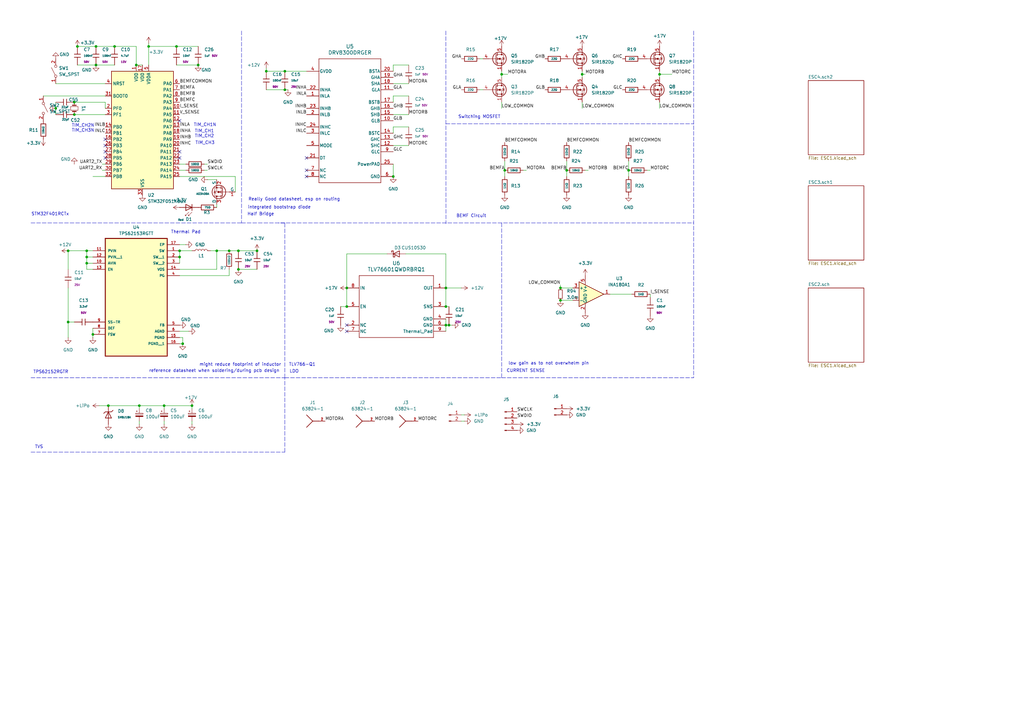
<source format=kicad_sch>
(kicad_sch (version 20250114) (generator "eeschema") (generator_version "9.0")
  (paper "A3")
  (text "Half Bridge" (at 106.934 87.884 0) (effects (font (size 1.27 1.27))))
  (text "TIM_CH3\n\n" (at 84.074 59.69 0) (effects (font (size 1.27 1.27))))
  (text "integrated bootstrap diode\n" (at 114.554 85.09 0) (effects (font (size 1.27 1.27))))
  (text "TIM_CH1N" (at 84.074 51.308 0) (effects (font (size 1.27 1.27))))
  (text "STM32F401RCTx" (at 20.574 87.884 0) (effects (font (size 1.27 1.27))))
  (text "CURRENT SENSE\n" (at 215.646 152.146 0) (effects (font (size 1.27 1.27))))
  (text "BEMF Circuit\n" (at 193.294 88.646 0) (effects (font (size 1.27 1.27))))
  (text "Switching MOSFET" (at 196.596 48.006 0) (effects (font (size 1.27 1.27))))
  (text "TVS\n\n" (at 16.002 184.404 0) (effects (font (size 1.27 1.27))))
  (text "TIM_CH2N\n\n\n" (at 34.036 53.594 0) (effects (font (size 1.27 1.27))))
  (text "Really Good datasheet, esp on routing\n" (at 120.65 81.788 0) (effects (font (size 1.27 1.27))))
  (text "TIM_CH3N\n\n\n" (at 34.036 55.626 0) (effects (font (size 1.27 1.27))))
  (text "might reduce footprint of inductor" (at 98.552 149.606 0) (effects (font (size 1.27 1.27))))
  (text "LDO\n" (at 120.65 152.4 0) (effects (font (size 1.27 1.27))))
  (text "TLV766-Q1\n\n" (at 123.952 150.622 0) (effects (font (size 1.27 1.27))))
  (text "reference datasheet when soldering/during pcb design\n" (at 87.884 152.146 0) (effects (font (size 1.27 1.27))))
  (text "low gain as to not overwhelm pin\n" (at 225.044 149.098 0) (effects (font (size 1.27 1.27))))
  (text "Thermal Pad\n" (at 76.2 95.25 0) (effects (font (size 1.27 1.27))))
  (text "TIM_CH2\n\n" (at 83.82 56.896 0) (effects (font (size 1.27 1.27))))
  (text "TIM_CH1\n" (at 83.82 53.848 0) (effects (font (size 1.27 1.27))))
  (text "TPS62152RGTR" (at 20.828 152.654 0) (effects (font (size 1.27 1.27))))
  (junction (at 73.66 102.87))
  (junction (at 93.98 102.87))
  (junction (at 116.84 36.83))
  (junction (at 55.88 26.67))
  (junction (at 161.29 72.39))
  (junction (at 81.28 26.67))
  (junction (at 67.31 166.37))
  (junction (at 35.56 105.41))
  (junction (at 97.79 102.87))
  (junction (at 182.88 125.73))
  (junction (at 229.87 123.19))
  (junction (at 182.88 133.35))
  (junction (at 39.37 26.67))
  (junction (at 232.41 69.85))
  (junction (at 109.22 29.21))
  (junction (at 30.48 46.99))
  (junction (at 57.15 166.37))
  (junction (at 270.51 30.48))
  (junction (at 30.48 41.91))
  (junction (at 142.24 125.73))
  (junction (at 97.79 110.49))
  (junction (at 116.84 29.21))
  (junction (at 142.24 118.11))
  (junction (at 72.39 19.05))
  (junction (at 60.96 19.05))
  (junction (at 39.37 19.05))
  (junction (at 88.9 102.87))
  (junction (at 35.56 102.87))
  (junction (at 31.75 19.05))
  (junction (at 73.66 105.41))
  (junction (at 44.45 166.37))
  (junction (at 207.01 69.85))
  (junction (at 27.94 132.08))
  (junction (at 35.56 107.95))
  (junction (at 27.94 102.87))
  (junction (at 46.99 19.05))
  (junction (at 38.1 137.16))
  (junction (at 78.74 166.37))
  (junction (at 238.76 30.48))
  (junction (at 257.81 69.85))
  (junction (at 229.87 118.11))
  (junction (at 205.74 30.48))
  (junction (at 105.41 102.87))
  (junction (at 182.88 118.11))
  (junction (at 184.15 133.35))
  (junction (at 22.86 44.45))
  (junction (at 74.93 140.97))
  (no_connect (at 73.66 62.23))
  (no_connect (at 43.18 64.77))
  (no_connect (at 142.24 133.35))
  (no_connect (at 43.18 62.23))
  (no_connect (at 43.18 59.69))
  (no_connect (at 73.66 49.53))
  (no_connect (at 125.73 64.77))
  (no_connect (at 43.18 57.15))
  (no_connect (at 125.73 69.85))
  (no_connect (at 142.24 135.89))
  (no_connect (at 73.66 64.77))
  (no_connect (at 125.73 72.39))
  (wire (pts (xy 257.81 66.04) (xy 257.81 69.85)))
  (wire (pts (xy 116.84 29.21) (xy 125.73 29.21)))
  (wire (pts (xy 78.74 167.64) (xy 78.74 166.37)))
  (wire (pts (xy 270.51 30.48) (xy 270.51 31.75)))
  (wire (pts (xy 76.2 69.85) (xy 73.66 69.85)))
  (wire (pts (xy 161.29 29.21) (xy 161.29 26.67)))
  (wire (pts (xy 44.45 166.37) (xy 57.15 166.37)))
  (wire (pts (xy 57.15 166.37) (xy 67.31 166.37)))
  (wire (pts (xy 55.88 26.67) (xy 58.42 26.67)))
  (wire (pts (xy 38.1 138.43) (xy 38.1 137.16)))
  (wire (pts (xy 182.88 125.73) (xy 184.15 125.73)))
  (wire (pts (xy 78.74 173.99) (xy 78.74 172.72)))
  (wire (pts (xy 38.1 110.49) (xy 35.56 110.49)))
  (wire (pts (xy 232.41 66.04) (xy 232.41 69.85)))
  (polyline (pts (xy 116.84 154.94) (xy 205.74 154.94)) (stroke (width 0) (type dash)))
  (wire (pts (xy 27.94 132.08) (xy 27.94 138.43)))
  (wire (pts (xy 275.59 30.48) (xy 270.51 30.48)))
  (wire (pts (xy 86.36 102.87) (xy 88.9 102.87)))
  (wire (pts (xy 229.87 116.84) (xy 229.87 118.11)))
  (wire (pts (xy 73.66 138.43) (xy 74.93 138.43)))
  (wire (pts (xy 97.79 102.87) (xy 93.98 102.87)))
  (wire (pts (xy 83.82 69.85) (xy 85.09 69.85)))
  (wire (pts (xy 27.94 118.11) (xy 27.94 132.08)))
  (wire (pts (xy 182.88 104.14) (xy 182.88 118.11)))
  (wire (pts (xy 207.01 66.04) (xy 207.01 69.85)))
  (wire (pts (xy 31.75 26.67) (xy 39.37 26.67)))
  (polyline (pts (xy 12.7 185.42) (xy 116.84 185.42)) (stroke (width 0) (type dash)))
  (polyline (pts (xy 116.84 154.94) (xy 116.84 91.44)) (stroke (width 0) (type dash)))
  (wire (pts (xy 229.87 123.19) (xy 234.95 123.19)))
  (wire (pts (xy 30.48 132.08) (xy 27.94 132.08)))
  (wire (pts (xy 67.31 167.64) (xy 67.31 166.37)))
  (wire (pts (xy 189.23 118.11) (xy 182.88 118.11)))
  (wire (pts (xy 27.94 102.87) (xy 27.94 110.49)))
  (polyline (pts (xy 12.7 154.94) (xy 116.84 154.94)) (stroke (width 0) (type dash)))
  (wire (pts (xy 96.52 72.39) (xy 73.66 72.39)))
  (wire (pts (xy 74.93 138.43) (xy 74.93 140.97)))
  (wire (pts (xy 161.29 67.31) (xy 161.29 72.39)))
  (wire (pts (xy 55.88 26.67) (xy 55.88 19.05)))
  (polyline (pts (xy 99.06 91.44) (xy 284.48 91.44)) (stroke (width 0) (type dash)))
  (wire (pts (xy 93.98 113.03) (xy 93.98 110.49)))
  (wire (pts (xy 85.09 73.66) (xy 88.9 73.66)))
  (wire (pts (xy 38.1 107.95) (xy 35.56 107.95)))
  (wire (pts (xy 27.94 102.87) (xy 35.56 102.87)))
  (wire (pts (xy 43.18 41.91) (xy 30.48 41.91)))
  (wire (pts (xy 196.85 36.83) (xy 198.12 36.83)))
  (wire (pts (xy 109.22 27.94) (xy 109.22 29.21)))
  (wire (pts (xy 265.43 69.85) (xy 266.7 69.85)))
  (wire (pts (xy 57.15 167.64) (xy 57.15 166.37)))
  (wire (pts (xy 270.51 29.21) (xy 270.51 30.48)))
  (wire (pts (xy 240.03 30.48) (xy 238.76 30.48)))
  (wire (pts (xy 257.81 69.85) (xy 257.81 72.39)))
  (wire (pts (xy 57.15 172.72) (xy 57.15 173.99)))
  (wire (pts (xy 38.1 134.62) (xy 38.1 137.16)))
  (wire (pts (xy 182.88 130.81) (xy 182.88 133.35)))
  (polyline (pts (xy 284.48 12.7) (xy 284.48 154.94)) (stroke (width 0) (type dash)))
  (polyline (pts (xy 12.7 91.44) (xy 99.06 91.44)) (stroke (width 0) (type dash)))
  (wire (pts (xy 67.31 166.37) (xy 78.74 166.37)))
  (wire (pts (xy 22.86 34.29) (xy 43.18 34.29)))
  (wire (pts (xy 205.74 30.48) (xy 205.74 31.75)))
  (wire (pts (xy 205.74 44.45) (xy 205.74 41.91)))
  (wire (pts (xy 39.37 26.67) (xy 46.99 26.67)))
  (wire (pts (xy 76.2 100.33) (xy 73.66 100.33)))
  (wire (pts (xy 88.9 110.49) (xy 88.9 102.87)))
  (wire (pts (xy 83.82 67.31) (xy 85.09 67.31)))
  (wire (pts (xy 30.48 46.99) (xy 43.18 46.99)))
  (wire (pts (xy 161.29 46.99) (xy 167.64 46.99)))
  (wire (pts (xy 17.78 39.37) (xy 43.18 39.37)))
  (wire (pts (xy 207.01 69.85) (xy 207.01 72.39)))
  (wire (pts (xy 35.56 102.87) (xy 38.1 102.87)))
  (wire (pts (xy 43.18 41.91) (xy 43.18 44.45)))
  (wire (pts (xy 214.63 69.85) (xy 215.9 69.85)))
  (wire (pts (xy 60.96 17.78) (xy 60.96 19.05)))
  (wire (pts (xy 182.88 118.11) (xy 182.88 125.73)))
  (polyline (pts (xy 182.88 50.8) (xy 284.48 50.8)) (stroke (width 0) (type dash)))
  (wire (pts (xy 31.75 19.05) (xy 39.37 19.05)))
  (wire (pts (xy 182.88 133.35) (xy 182.88 135.89)))
  (wire (pts (xy 96.52 72.39) (xy 96.52 78.74)))
  (wire (pts (xy 184.15 133.35) (xy 182.88 133.35)))
  (wire (pts (xy 97.79 102.87) (xy 105.41 102.87)))
  (wire (pts (xy 232.41 69.85) (xy 232.41 72.39)))
  (wire (pts (xy 158.75 104.14) (xy 142.24 104.14)))
  (wire (pts (xy 35.56 105.41) (xy 35.56 102.87)))
  (wire (pts (xy 205.74 29.21) (xy 205.74 30.48)))
  (wire (pts (xy 40.64 166.37) (xy 44.45 166.37)))
  (wire (pts (xy 116.84 36.83) (xy 118.11 36.83)))
  (wire (pts (xy 60.96 19.05) (xy 72.39 19.05)))
  (wire (pts (xy 167.64 52.07) (xy 161.29 52.07)))
  (wire (pts (xy 67.31 173.99) (xy 67.31 172.72)))
  (wire (pts (xy 60.96 19.05) (xy 60.96 26.67)))
  (wire (pts (xy 22.86 44.45) (xy 22.86 46.99)))
  (wire (pts (xy 73.66 135.89) (xy 77.47 135.89)))
  (wire (pts (xy 41.91 69.85) (xy 43.18 69.85)))
  (wire (pts (xy 161.29 26.67) (xy 167.64 26.67)))
  (wire (pts (xy 88.9 102.87) (xy 93.98 102.87)))
  (wire (pts (xy 259.08 120.65) (xy 250.19 120.65)))
  (wire (pts (xy 38.1 105.41) (xy 35.56 105.41)))
  (wire (pts (xy 73.66 102.87) (xy 78.74 102.87)))
  (wire (pts (xy 161.29 52.07) (xy 161.29 54.61)))
  (wire (pts (xy 109.22 29.21) (xy 116.84 29.21)))
  (wire (pts (xy 185.42 133.35) (xy 184.15 133.35)))
  (wire (pts (xy 240.03 69.85) (xy 241.3 69.85)))
  (wire (pts (xy 161.29 59.69) (xy 167.64 59.69)))
  (polyline (pts (xy 99.06 12.7) (xy 99.06 91.44)) (stroke (width 0) (type dash)))
  (wire (pts (xy 41.91 67.31) (xy 43.18 67.31)))
  (wire (pts (xy 39.37 19.05) (xy 46.99 19.05)))
  (wire (pts (xy 161.29 34.29) (xy 167.64 34.29)))
  (wire (pts (xy 73.66 105.41) (xy 73.66 102.87)))
  (polyline (pts (xy 182.88 12.7) (xy 182.9185 91.7568)) (stroke (width 0) (type dash)))
  (wire (pts (xy 190.5 170.18) (xy 189.23 170.18)))
  (polyline (pts (xy 116.84 91.44) (xy 114.3 91.44)) (stroke (width 0) (type dash)))
  (wire (pts (xy 73.66 110.49) (xy 88.9 110.49)))
  (wire (pts (xy 208.28 30.48) (xy 205.74 30.48)))
  (wire (pts (xy 88.9 83.82) (xy 88.9 85.09)))
  (wire (pts (xy 266.7 121.92) (xy 266.7 120.65)))
  (wire (pts (xy 81.28 19.05) (xy 72.39 19.05)))
  (wire (pts (xy 97.79 110.49) (xy 105.41 110.49)))
  (wire (pts (xy 190.5 172.72) (xy 189.23 172.72)))
  (polyline (pts (xy 205.74 154.94) (xy 284.48 154.94)) (stroke (width 0) (type dash)))
  (wire (pts (xy 35.56 110.49) (xy 35.56 107.95)))
  (wire (pts (xy 38.1 72.39) (xy 43.18 72.39)))
  (wire (pts (xy 238.76 44.45) (xy 238.76 41.91)))
  (wire (pts (xy 142.24 118.11) (xy 142.24 125.73)))
  (wire (pts (xy 167.64 39.37) (xy 161.29 39.37)))
  (wire (pts (xy 73.66 107.95) (xy 73.66 105.41)))
  (wire (pts (xy 229.87 118.11) (xy 234.95 118.11)))
  (wire (pts (xy 35.56 107.95) (xy 35.56 105.41)))
  (wire (pts (xy 73.66 67.31) (xy 76.2 67.31)))
  (wire (pts (xy 109.22 36.83) (xy 116.84 36.83)))
  (polyline (pts (xy 205.74 91.44) (xy 205.74 154.94)) (stroke (width 0) (type dash)))
  (wire (pts (xy 55.88 19.05) (xy 46.99 19.05)))
  (wire (pts (xy 196.85 24.13) (xy 198.12 24.13)))
  (polyline (pts (xy 116.84 185.42) (xy 116.84 154.94)) (stroke (width 0) (type dash)))
  (wire (pts (xy 142.24 104.14) (xy 142.24 118.11)))
  (wire (pts (xy 270.51 44.45) (xy 270.51 41.91)))
  (wire (pts (xy 93.98 113.03) (xy 73.66 113.03)))
  (wire (pts (xy 238.76 29.21) (xy 238.76 30.48)))
  (wire (pts (xy 166.37 104.14) (xy 182.88 104.14)))
  (wire (pts (xy 22.86 41.91) (xy 22.86 44.45)))
  (wire (pts (xy 139.7 125.73) (xy 142.24 125.73)))
  (wire (pts (xy 238.76 30.48) (xy 238.76 31.75)))
  (wire (pts (xy 161.29 39.37) (xy 161.29 41.91)))
  (wire (pts (xy 72.39 26.67) (xy 81.28 26.67)))
  (wire (pts (xy 73.66 140.97) (xy 74.93 140.97)))
  (label "GHB" (at 223.52 24.13 180))
  (label "BEMFCOMMON" (at 257.81 58.42 0))
  (label "INHB" (at 73.66 57.15 0))
  (label "INLB" (at 125.73 46.99 180))
  (label "GHC" (at 161.29 57.15 0))
  (label "UART2_RX" (at 41.91 69.85 180))
  (label "MOTORB" (at 167.64 46.99 0))
  (label "MOTORC" (at 266.7 69.85 0))
  (label "MOTORB" (at 153.67 172.72 0))
  (label "INLB" (at 43.18 52.07 180))
  (label "BEMFCOMMON" (at 232.41 58.42 0))
  (label "GLC" (at 255.27 36.83 180))
  (label "UART2_TX" (at 41.91 67.31 180))
  (label "GHB" (at 161.29 44.45 0))
  (label "INLC" (at 43.18 54.61 180))
  (label "V_SENSE" (at 73.66 46.99 0))
  (label "INLA" (at 73.66 52.07 0))
  (label "BEMFC" (at 257.81 69.85 180))
  (label "LOW_COMMON" (at 229.87 116.84 180))
  (label "MOTORB" (at 240.03 30.48 0))
  (label "GLC" (at 161.29 62.23 0))
  (label "I_SENSE" (at 73.66 44.45 0))
  (label "MOTORC" (at 171.45 172.72 0))
  (label "INLA" (at 125.73 39.37 180))
  (label "BEMFA" (at 207.01 69.85 180))
  (label "GHC" (at 255.27 24.13 180))
  (label "MOTORC" (at 275.59 30.48 0))
  (label "BEMFB" (at 73.66 39.37 0))
  (label "INHA" (at 125.73 36.83 180))
  (label "SWCLK" (at 212.09 168.91 0))
  (label "LOW_COMMON" (at 238.76 44.45 0))
  (label "BEMFCOMMON" (at 207.01 58.42 0))
  (label "MOTORA" (at 133.35 172.72 0))
  (label "LOW_COMMON" (at 205.74 44.45 0))
  (label "INHB" (at 125.73 44.45 180))
  (label "MOTORA" (at 167.64 34.29 0))
  (label "INHC" (at 73.66 59.69 0))
  (label "INHA" (at 73.66 54.61 0))
  (label "I_SENSE" (at 266.7 120.65 0))
  (label "BEMFCOMMON" (at 73.66 34.29 0))
  (label "LOW_COMMON" (at 270.51 44.45 0))
  (label "INHC" (at 125.73 52.07 180))
  (label "MOTORC" (at 167.64 59.69 0))
  (label "MOTORA" (at 215.9 69.85 0))
  (label "BEMFA" (at 73.66 36.83 0))
  (label "BEMFB" (at 232.41 69.85 180))
  (label "GLA" (at 189.23 36.83 180))
  (label "BEMFC" (at 73.66 41.91 0))
  (label "GHA" (at 189.23 24.13 180))
  (label "GLB" (at 161.29 49.53 0))
  (label "INLC" (at 125.73 54.61 180))
  (label "GHA" (at 161.29 31.75 0))
  (label "MOTORB" (at 241.3 69.85 0))
  (label "SWDIO" (at 212.09 171.45 0))
  (label "SWCLK" (at 85.09 69.85 0))
  (label "SWDIO" (at 85.09 67.31 0))
  (label "GLB" (at 223.52 36.83 180))
  (label "MOTORA" (at 208.28 30.48 0))
  (label "GLA" (at 161.29 36.83 0))
  (symbol (lib_id "PCM_JLCPCB-Resistors:0603,10kΩ") (at 232.41 62.23 0) (unit 1)
    (property "Reference" "R22" (at 234.95 62.2299 0) (effects (justify left)))
    (property "Value" "10kΩ" (at 232.41 62.23 90) (effects (font (size 0.8 0.8))))
    (property "Footprint" "PCM_JLCPCB:R_0402" (effects (hide yes)))
    (property "Description" "100mW Thick Film Resistor ±100ppm/℃ ±1% 10kΩ 0402 Chip Resistor - Surface Mount ROHS" (effects (hide yes)))
    (property "LCSC" "C191123" (effects (hide yes)))
    (property "Stock" "30892410" (effects (hide yes)))
    (property "Price" "0.004USD" (effects (hide yes)))
    (property "Process" "SMT" (effects (hide yes)))
    (property "Minimum Qty" "20" (effects (hide yes)))
    (property "Attrition Qty" "10" (effects (hide yes)))
    (property "Class" "Basic Component" (effects (hide yes)))
    (property "Category" "Resistors,Chip Resistor - Surface Mount" (effects (hide yes)))
    (property "Resistance" "10kΩ" (effects (hide yes)))
    (property "Power(Watts)" "100mW" (effects (hide yes)))
    (property "Type" "Thick Film Resistors" (effects (hide yes)))
    (property "Tolerance" "±1%" (effects (hide yes)))
    (property "Temperature Coefficient" "±100ppm/°C" (effects (hide yes)))
  )
  (symbol (lib_id "PCM_JLCPCB-Diodes:LED,0805,Red") (at 77.47 85.09 90) (unit 1)
    (property "Reference" "D1" (at 77.47 89.916 90))
    (property "Value" "Red" (at 74.168 90.17 90) (effects (font (size 0.8 0.8))))
    (property "Footprint" "PCM_JLCPCB:D_0805" (effects (hide yes)))
    (property "Datasheet" "https://www.lcsc.com/datasheet/lcsc_datasheet_2409272203_Foshan-NationStar-Optoelectronics-NCD0805R1_C84256.pdf" (effects (hide yes)))
    (property "Description" "25mA Colorless transparent lens 67mcd~195mcd -30°C~+85°C 615nm~630nm Individual diode Red 130° 65mW 1.6V~2.6V 0805 LED Indication - Discrete ROHS" (effects (hide yes)))
    (property "LCSC" "C84256" (effects (hide yes)))
    (property "Stock" "2613220" (effects (hide yes)))
    (property "Price" "0.016USD" (effects (hide yes)))
    (property "Process" "SMT" (effects (hide yes)))
    (property "Minimum Qty" "20" (effects (hide yes)))
    (property "Attrition Qty" "10" (effects (hide yes)))
    (property "Class" "Basic Component" (effects (hide yes)))
    (property "Category" "Optoelectronics,Light Emitting Diodes (LED)" (effects (hide yes)))
    (property "Manufacturer" "Foshan NationStar Optoelectronics" (effects (hide yes)))
    (property "Part" "NCD0805R1" (effects (hide yes)))
    (property "Operating Temperature" "-30°C~+85°C" (effects (hide yes)))
    (property "Viewing Angle" "130°" (effects (hide yes)))
    (property "Forward Current" "25mA" (effects (hide yes)))
    (property "Forward Voltage (VF)" "1.6V~2.6V" (effects (hide yes)))
    (property "Luminous Intensity" "67mcd~195mcd" (effects (hide yes)))
    (property "Dominant Wavelength" "615nm~630nm" (effects (hide yes)))
    (property "Power Dissipation" "65mW" (effects (hide yes)))
    (property "Emitted Color" "Red" (effects (hide yes)))
    (property "Diode Configuration" "Independent Diode" (effects (hide yes)))
    (property "Lens Color" "Colorless Transparent Lens" (effects (hide yes)))
  )
  (symbol (lib_id "power:+3.3V") (at 105.41 102.87 0) (unit 1)
    (property "Reference" "#PWR037" (effects (hide yes)))
    (property "Value" "+3.3V" (at 105.41 97.79 0))
    (property "Description" "Power symbol creates a global label with name \"+3.3V\"" (effects (hide yes)))
  )
  (symbol (lib_id "Transistor_FET:BSC13DN30NSFD") (at 236.22 36.83 0) (unit 1)
    (property "Reference" "Q4" (at 242.57 35.5599 0) (effects (justify left)))
    (property "Value" "SIR182DP" (at 242.57 38.0999 0) (effects (justify left)))
    (property "Footprint" "Package_TO_SOT_SMD:TDSON-8-1" (effects (hide yes)))
    (property "Description" "60V 50A 50W 11mΩ@10V,50A 4V@23uA 1 N-Channel TDSON-8-EP(5x6) MOSFETs ROHS" (effects (hide yes)))
    (property "LCSC" " C151507" (effects (hide yes)))
  )
  (symbol (lib_id "power:GND") (at 139.7 133.35 0) (unit 1)
    (property "Reference" "#PWR020" (effects (hide yes)))
    (property "Value" "GND" (at 134.874 135.636 0))
    (property "Description" "Power symbol creates a global label with name \"GND\" , ground" (effects (hide yes)))
  )
  (symbol (lib_id "power:GND") (at 232.41 170.18 90) (unit 1)
    (property "Reference" "#PWR0118" (effects (hide yes)))
    (property "Value" "GND" (at 236.22 170.1799 90) (effects (justify right)))
    (property "Description" "Power symbol creates a global label with name \"GND\" , ground" (effects (hide yes)))
  )
  (symbol (lib_id "power:+3.3V") (at 212.09 173.99 270) (unit 1)
    (property "Reference" "#PWR0105" (effects (hide yes)))
    (property "Value" "+3.3V" (at 215.9 173.9899 90) (effects (justify left)))
    (property "Description" "Power symbol creates a global label with name \"+3.3V\"" (effects (hide yes)))
  )
  (symbol (lib_id "Transistor_FET:BSC13DN30NSFD") (at 267.97 36.83 0) (unit 1)
    (property "Reference" "Q8" (at 274.32 35.5599 0) (effects (justify left)))
    (property "Value" "SIR182DP" (at 274.32 38.0999 0) (effects (justify left)))
    (property "Footprint" "Package_TO_SOT_SMD:TDSON-8-1" (effects (hide yes)))
    (property "Description" "60V 50A 50W 11mΩ@10V,50A 4V@23uA 1 N-Channel TDSON-8-EP(5x6) MOSFETs ROHS" (effects (hide yes)))
    (property "LCSC" " C151507" (effects (hide yes)))
  )
  (symbol (lib_id "Transistor_FET:BSC13DN30NSFD") (at 236.22 24.13 0) (unit 1)
    (property "Reference" "Q6" (at 242.57 22.8599 0) (effects (justify left)))
    (property "Value" "SIR182Dp" (at 242.57 25.3999 0) (effects (justify left)))
    (property "Footprint" "Package_TO_SOT_SMD:TDSON-8-1" (effects (hide yes)))
    (property "Description" "60V 50A 50W 11mΩ@10V,50A 4V@23uA 1 N-Channel TDSON-8-EP(5x6) MOSFETs ROHS" (effects (hide yes)))
    (property "LCSC" " C151507" (effects (hide yes)))
  )
  (symbol (lib_id "Device:R_Small") (at 229.87 120.65 0) (unit 1)
    (property "Reference" "R94" (at 232.41 119.3799 0) (effects (justify left)))
    (property "Value" "3.0m" (at 232.41 121.9199 0) (effects (justify left)))
    (property "Footprint" "Resistor_SMD:R_2512_6332Metric" (effects (hide yes)))
    (property "Description" "Resistor, small symbol" (effects (hide yes)))
    (property "LCSC" "C2994640" (effects (hide yes)))
  )
  (symbol (lib_id "power:+3.3V") (at 270.51 19.05 0) (unit 1)
    (property "Reference" "#PWR042" (effects (hide yes)))
    (property "Value" "+17V" (at 270.51 14.732 0))
    (property "Description" "Power symbol creates a global label with name \"+3.3V\"" (effects (hide yes)))
  )
  (symbol (lib_id "power:GND") (at 74.93 140.97 0) (unit 1)
    (property "Reference" "#PWR036" (effects (hide yes)))
    (property "Value" "GND" (at 74.93 146.05 0))
    (property "Description" "Power symbol creates a global label with name \"GND\" , ground" (effects (hide yes)))
  )
  (symbol (lib_id "PCM_JLCPCB-Transistors:NMOS,AO3400A") (at 91.44 78.74 180) (unit 1)
    (property "Reference" "Q1" (at 85.09 77.4699 0) (effects (justify left)))
    (property "Value" "AO3400A" (at 85.852 79.502 0) (effects (font (size 0.8 0.8)) (justify left)))
    (property "Footprint" "PCM_JLCPCB:Q_SOT-23" (effects (hide yes)))
    (property "Datasheet" "https://www.lcsc.com/datasheet/lcsc_datasheet_1811081213_Alpha---Omega-Semicon-AO3400A_C20917.pdf" (effects (hide yes)))
    (property "Description" "30V 5.7A 26.5mΩ@10V,5.7A 1.4W 1.5V@250uA 1 N-Channel SOT-23-3L MOSFETs ROHS" (effects (hide yes)))
    (property "LCSC" "C20917" (effects (hide yes)))
    (property "Stock" "483849" (effects (hide yes)))
    (property "Price" "0.075USD" (effects (hide yes)))
    (property "Process" "SMT" (effects (hide yes)))
    (property "Minimum Qty" "5" (effects (hide yes)))
    (property "Attrition Qty" "4" (effects (hide yes)))
    (property "Class" "Basic Component" (effects (hide yes)))
    (property "Category" "Transistors,MOSFETs" (effects (hide yes)))
    (property "Manufacturer" "Alpha & Omega Semicon" (effects (hide yes)))
    (property "Part" "AO3400A" (effects (hide yes)))
    (property "Continuous Drain Current (Id)" "5.7A" (effects (hide yes)))
    (property "Input Capacitance (Ciss@Vds)" "630pF@15V" (effects (hide yes)))
    (property "Operating Temperature" "-55°C~+150°C@(Tj)" (effects (hide yes)))
    (property "Type" "1 N-channel" (effects (hide yes)))
    (property "Drain Source Voltage (Vdss)" "30V" (effects (hide yes)))
    (property "Power Dissipation (Pd)" "1.4W" (effects (hide yes)))
    (property "Gate Threshold Voltage (Vgs(th)@Id)" "1.5V@250uA" (effects (hide yes)))
    (property "Drain Source On Resistance (RDS(on)@Vgs,Id)" "26.5mΩ@10V,5.7A" (effects (hide yes)))
    (property "Total Gate Charge (Qg@Vgs)" "7nC@4.5V" (effects (hide yes)))
  )
  (symbol (lib_id "power:GND") (at 67.31 173.99 0) (unit 1)
    (property "Reference" "#PWR0110" (effects (hide yes)))
    (property "Value" "GND" (at 67.31 179.07 0))
    (property "Description" "Power symbol creates a global label with name \"GND\" , ground" (effects (hide yes)))
  )
  (symbol (lib_id "power:+3.3V") (at 31.75 19.05 0) (unit 1)
    (property "Reference" "#PWR09" (effects (hide yes)))
    (property "Value" "+3.3V" (at 35.814 17.526 0))
    (property "Description" "Power symbol creates a global label with name \"+3.3V\"" (effects (hide yes)))
  )
  (symbol (lib_id "power:GND") (at 22.86 24.13 180) (unit 1)
    (property "Reference" "#PWR022" (effects (hide yes)))
    (property "Value" "GND" (at 26.416 22.352 0))
    (property "Description" "Power symbol creates a global label with name \"GND\" , ground" (effects (hide yes)))
  )
  (symbol (lib_name "0402,100nF,(2)_2") (lib_id "PCM_JLCPCB-Capacitors:0402,100nF,(2)") (at 109.22 33.02 0) (unit 1)
    (property "Reference" "C16" (at 111.76 30.4799 0) (effects (justify left)))
    (property "Value" "100nF" (at 111.76 33.02 0) (effects (font (size 0.8 0.8)) (justify left)))
    (property "Footprint" "PCM_JLCPCB:C_0402" (effects (hide yes)))
    (property "Datasheet" "https://www.lcsc.com/datasheet/lcsc_datasheet_2304140030_Samsung-Electro-Mechanics-CL05B104KB54PNC_C307331.pdf" (effects (hide yes)))
    (property "Description" "50V 100nF X7R ±10% 0402 Multilayer Ceramic Capacitors MLCC - SMD/SMT ROHS" (effects (hide yes)))
    (property "LCSC" "C307331" (effects (hide yes)))
    (property "Stock" "6934327" (effects (hide yes)))
    (property "Price" "0.008USD" (effects (hide yes)))
    (property "Process" "SMT" (effects (hide yes)))
    (property "Minimum Qty" "20" (effects (hide yes)))
    (property "Attrition Qty" "10" (effects (hide yes)))
    (property "Class" "Basic Component" (effects (hide yes)))
    (property "Category" "Capacitors,Multilayer Ceramic Capacitors MLCC - SMD/SMT" (effects (hide yes)))
    (property "Manufacturer" "Samsung Electro-Mechanics" (effects (hide yes)))
    (property "Part" "CL05B104KB54PNC" (effects (hide yes)))
    (property "Voltage Rated" "50V" (at 111.76 35.56 0) (effects (font (size 0.8 0.8)) (justify left)))
    (property "Tolerance" "±10%" (effects (hide yes)))
    (property "Capacitance" "100nF" (effects (hide yes)))
    (property "Temperature Coefficient" "X7R" (effects (hide yes)))
  )
  (symbol (lib_id "power:+3.3V") (at 60.96 17.78 0) (unit 1)
    (property "Reference" "#PWR015" (effects (hide yes)))
    (property "Value" "+3.3V" (at 64.008 21.336 0))
    (property "Description" "Power symbol creates a global label with name \"+3.3V\"" (effects (hide yes)))
  )
  (symbol (lib_id "power:+3.3V") (at 142.24 118.11 90) (unit 1)
    (property "Reference" "#PWR038" (effects (hide yes)))
    (property "Value" "+17V" (at 138.43 118.1099 90) (effects (justify left)))
    (property "Description" "Power symbol creates a global label with name \"+3.3V\"" (effects (hide yes)))
  )
  (symbol (lib_id "Connector:Conn_01x04_Pin") (at 207.01 171.45 0) (unit 1)
    (property "Reference" "J5" (at 207.645 163.83 0))
    (property "Value" "Conn_01x04_Pin" (effects (hide yes)))
    (property "Footprint" "Connector_PinHeader_1.00mm:PinHeader_1x04_P1.00mm_Vertical" (effects (hide yes)))
    (property "Description" "Generic connector, single row, 01x04, script generated" (effects (hide yes)))
  )
  (symbol (lib_id "PCM_JLCPCB-Resistors:0402,100kΩ") (at 93.98 106.68 180) (unit 1)
    (property "Reference" "R7" (at 92.964 109.982 0) (effects (justify left)))
    (property "Value" "100kΩ" (at 93.98 106.68 90) (effects (font (size 0.8 0.8))))
    (property "Footprint" "PCM_JLCPCB:R_0402" (effects (hide yes)))
    (property "Description" "62.5mW Thick Film Resistors 50V ±100ppm/°C ±1% 100kΩ 0402 Chip Resistor - Surface Mount ROHS" (effects (hide yes)))
    (property "LCSC" "C25741" (effects (hide yes)))
    (property "Stock" "4131148" (effects (hide yes)))
    (property "Price" "0.004USD" (effects (hide yes)))
    (property "Process" "SMT" (effects (hide yes)))
    (property "Minimum Qty" "20" (effects (hide yes)))
    (property "Attrition Qty" "10" (effects (hide yes)))
    (property "Class" "Basic Component" (effects (hide yes)))
    (property "Category" "Resistors,Chip Resistor - Surface Mount" (effects (hide yes)))
    (property "Part" "0402WGF1003TCE" (effects (hide yes)))
    (property "Resistance" "100kΩ" (effects (hide yes)))
    (property "Power(Watts)" "62.5mW" (effects (hide yes)))
    (property "Type" "Thick Film Resistors" (effects (hide yes)))
    (property "Tolerance" "±1%" (effects (hide yes)))
    (property "Temperature Coefficient" "±100ppm/°C" (effects (hide yes)))
  )
  (symbol (lib_id "power:+3.3V") (at 73.66 85.09 90) (unit 1)
    (property "Reference" "#PWR023" (effects (hide yes)))
    (property "Value" "+3.3V" (at 73.66 82.042 90))
    (property "Description" "Power symbol creates a global label with name \"+3.3V\"" (effects (hide yes)))
  )
  (symbol (lib_id "PCM_JLCPCB-Resistors:0603,1kΩ") (at 262.89 120.65 90) (unit 1)
    (property "Reference" "R2" (at 262.89 116.84 90))
    (property "Value" "1kΩ" (at 262.89 120.65 90) (effects (font (size 0.8 0.8))))
    (property "Footprint" "PCM_JLCPCB:R_0402" (effects (hide yes)))
    (property "Description" "100mW Thick Film Resistor 50V ±100ppm/℃ ±5% 1kΩ 0402 Chip Resistor - Surface Mount ROHS" (effects (hide yes)))
    (property "LCSC" "C2759467" (effects (hide yes)))
    (property "Stock" "23435537" (effects (hide yes)))
    (property "Price" "0.004USD" (effects (hide yes)))
    (property "Process" "SMT" (effects (hide yes)))
    (property "Minimum Qty" "20" (effects (hide yes)))
    (property "Attrition Qty" "10" (effects (hide yes)))
    (property "Class" "Basic Component" (effects (hide yes)))
    (property "Category" "Resistors,Chip Resistor - Surface Mount" (effects (hide yes)))
    (property "Part" "HP02WAJ0102TCE" (effects (hide yes)))
    (property "Resistance" "1kΩ" (effects (hide yes)))
    (property "Power(Watts)" "100mW" (effects (hide yes)))
    (property "Type" "Thick Film Resistors" (effects (hide yes)))
    (property "Tolerance" "±1%" (effects (hide yes)))
    (property "Temperature Coefficient" "±100ppm/°C" (effects (hide yes)))
  )
  (symbol (lib_id "2025-07-10_00-49-41:DRV8300DRGER") (at 125.73 29.21 0) (unit 1)
    (property "Reference" "U5" (at 143.51 19.05 0) (effects (font (size 1.524 1.524))))
    (property "Value" "DRV8300DRGER" (at 143.51 21.59 0) (effects (font (size 1.524 1.524))))
    (property "Footprint" "DRV:RGE0024B-IPC_A" (effects (hide yes)))
    (property "Datasheet" "https://www.ti.com/lit/gpn/drv8300" (effects (hide yes)))
  )
  (symbol (lib_id "power:GND") (at 97.79 110.49 0) (unit 1)
    (property "Reference" "#PWR021" (effects (hide yes)))
    (property "Value" "GND" (at 97.79 115.57 0))
    (property "Description" "Power symbol creates a global label with name \"GND\" , ground" (effects (hide yes)))
  )
  (symbol (lib_id "power:GND") (at 44.45 173.99 0) (unit 1)
    (property "Reference" "#PWR0114" (effects (hide yes)))
    (property "Value" "GND" (at 44.45 179.07 0))
    (property "Description" "Power symbol creates a global label with name \"GND\" , ground" (effects (hide yes)))
  )
  (symbol (lib_id "63824-1:63824-1") (at 148.59 172.72 0) (unit 1)
    (property "Reference" "J2" (at 148.59 165.1 0))
    (property "Value" "63824-1" (at 148.59 167.64 0))
    (property "Footprint" "footprints:TRM2_63824-1_TEC" (effects (hide yes)))
    (property "CONNECTOR" "THT MALE CONNECTOR" (effects (hide yes)))
    (property "TE_PART_NUMBER" "63824-1" (effects (hide yes)))
    (property "ORIENTATION" "Straight" (effects (hide yes)))
    (property "GENDER" "Male" (effects (hide yes)))
    (property "CONFIGURATION" "Single Row" (effects (hide yes)))
    (property "PART_DESCRIPTION" "Connector,5.08mm,Straight" (effects (hide yes)))
    (property "PUBLISHER" "TE Connectivity" (effects (hide yes)))
    (property "FINISH" "Tin" (effects (hide yes)))
    (property "PACKAGE" "THT" (effects (hide yes)))
    (property "SERIES" "FASTON  | 250" (effects (hide yes)))
    (property "DESIGNATOR" "63824-1" (effects (hide yes)))
    (property "ROHS_COMPLIANT" "Yes" (effects (hide yes)))
    (property "STANDARD" "Manufacturer recommendations" (effects (hide yes)))
    (property "PARTREV" "R" (effects (hide yes)))
    (property "LATEST_REVISION_DATE" "25 June,2013" (effects (hide yes)))
    (property "PUBLISHED" "20 Feb,2001" (effects (hide yes)))
    (property "NO_OF_POSITION" "2" (effects (hide yes)))
    (property "MANUFACTURER_LINK" "http://www.te.com/commerce/DocumentDelivery/DDEController?Action=showdoc&DocId=Customer+Drawing%7F63824%7FR%7Fpdf%7FEnglish%7FENG_CD_63824_R_baseFilename.pdf%7F63824-1" (effects (hide yes)))
    (property "MANUFACTURER" "TE Connectivity" (effects (hide yes)))
    (property "LATEST_REVISION_NOTE" "Revised per ECR-13-001204" (effects (hide yes)))
    (property "PITCH" "5.08mm" (effects (hide yes)))
    (property "TYPE" "TAB" (effects (hide yes)))
  )
  (symbol (lib_id "Device:D_Schottky") (at 162.56 104.14 0) (unit 1)
    (property "Reference" "D3" (at 163.068 101.6 0))
    (property "Value" "CUS10S30" (at 169.672 101.6 0))
    (property "Description" "Schottky diode" (effects (hide yes)))
    (property "LCSC" "C146335" (effects (hide yes)))
  )
  (symbol (lib_id "PCM_JLCPCB-Resistors:0402,100Ω") (at 80.01 69.85 90) (unit 1)
    (property "Reference" "R5" (effects (hide yes)))
    (property "Value" "100Ω" (at 80.01 69.85 90) (effects (font (size 0.8 0.8))))
    (property "Footprint" "PCM_JLCPCB:R_0402" (effects (hide yes)))
    (property "Datasheet" "https://www.lcsc.com/datasheet/lcsc_datasheet_2205311900_UNI-ROYAL-Uniroyal-Elec-0402WGF1000TCE_C25076.pdf" (effects (hide yes)))
    (property "Description" "62.5mW Thick Film Resistors 50V ±1% ±200ppm/°C 100Ω 0402 Chip Resistor - Surface Mount ROHS" (effects (hide yes)))
    (property "LCSC" "C25076" (effects (hide yes)))
    (property "Stock" "5907585" (effects (hide yes)))
    (property "Price" "0.004USD" (effects (hide yes)))
    (property "Process" "SMT" (effects (hide yes)))
    (property "Minimum Qty" "20" (effects (hide yes)))
    (property "Attrition Qty" "10" (effects (hide yes)))
    (property "Class" "Basic Component" (effects (hide yes)))
    (property "Category" "Resistors,Chip Resistor - Surface Mount" (effects (hide yes)))
    (property "Manufacturer" "UNI-ROYAL(Uniroyal Elec)" (effects (hide yes)))
    (property "Part" "0402WGF1000TCE" (effects (hide yes)))
    (property "Resistance" "100Ω" (effects (hide yes)))
    (property "Power(Watts)" "62.5mW" (effects (hide yes)))
    (property "Type" "Thick Film Resistors" (effects (hide yes)))
    (property "Overload Voltage (Max)" "50V" (effects (hide yes)))
    (property "Operating Temperature Range" "-55°C~+155°C" (effects (hide yes)))
    (property "Tolerance" "±1%" (effects (hide yes)))
    (property "Temperature Coefficient" "±200ppm/°C" (effects (hide yes)))
  )
  (symbol (lib_id "PCM_JLCPCB-Resistors:0603,10kΩ") (at 257.81 62.23 0) (unit 1)
    (property "Reference" "R25" (at 260.35 62.2299 0) (effects (justify left)))
    (property "Value" "10kΩ" (at 257.81 62.23 90) (effects (font (size 0.8 0.8))))
    (property "Footprint" "PCM_JLCPCB:R_0402" (effects (hide yes)))
    (property "Description" "100mW Thick Film Resistor ±100ppm/℃ ±1% 10kΩ 0402 Chip Resistor - Surface Mount ROHS" (effects (hide yes)))
    (property "LCSC" "C191123" (effects (hide yes)))
    (property "Stock" "30892410" (effects (hide yes)))
    (property "Price" "0.004USD" (effects (hide yes)))
    (property "Process" "SMT" (effects (hide yes)))
    (property "Minimum Qty" "20" (effects (hide yes)))
    (property "Attrition Qty" "10" (effects (hide yes)))
    (property "Class" "Basic Component" (effects (hide yes)))
    (property "Category" "Resistors,Chip Resistor - Surface Mount" (effects (hide yes)))
    (property "Resistance" "10kΩ" (effects (hide yes)))
    (property "Power(Watts)" "100mW" (effects (hide yes)))
    (property "Type" "Thick Film Resistors" (effects (hide yes)))
    (property "Tolerance" "±1%" (effects (hide yes)))
    (property "Temperature Coefficient" "±100ppm/°C" (effects (hide yes)))
  )
  (symbol (lib_id "power:+BATT") (at 190.5 170.18 270) (unit 1)
    (property "Reference" "#PWR0112" (effects (hide yes)))
    (property "Value" "+LiPo" (at 194.31 170.1799 90) (effects (justify left)))
    (property "Description" "Power symbol creates a global label with name \"+BATT\"" (effects (hide yes)))
  )
  (symbol (lib_id "PCM_JLCPCB-Resistors:0402,100Ω") (at 80.01 67.31 90) (unit 1)
    (property "Reference" "R1" (effects (hide yes)))
    (property "Value" "100Ω" (at 80.01 67.31 90) (effects (font (size 0.8 0.8))))
    (property "Footprint" "PCM_JLCPCB:R_0402" (effects (hide yes)))
    (property "Datasheet" "https://www.lcsc.com/datasheet/lcsc_datasheet_2205311900_UNI-ROYAL-Uniroyal-Elec-0402WGF1000TCE_C25076.pdf" (effects (hide yes)))
    (property "Description" "62.5mW Thick Film Resistors 50V ±1% ±200ppm/°C 100Ω 0402 Chip Resistor - Surface Mount ROHS" (effects (hide yes)))
    (property "LCSC" "C25076" (effects (hide yes)))
    (property "Stock" "5907585" (effects (hide yes)))
    (property "Price" "0.004USD" (effects (hide yes)))
    (property "Process" "SMT" (effects (hide yes)))
    (property "Minimum Qty" "20" (effects (hide yes)))
    (property "Attrition Qty" "10" (effects (hide yes)))
    (property "Class" "Basic Component" (effects (hide yes)))
    (property "Category" "Resistors,Chip Resistor - Surface Mount" (effects (hide yes)))
    (property "Manufacturer" "UNI-ROYAL(Uniroyal Elec)" (effects (hide yes)))
    (property "Part" "0402WGF1000TCE" (effects (hide yes)))
    (property "Resistance" "100Ω" (effects (hide yes)))
    (property "Power(Watts)" "62.5mW" (effects (hide yes)))
    (property "Type" "Thick Film Resistors" (effects (hide yes)))
    (property "Overload Voltage (Max)" "50V" (effects (hide yes)))
    (property "Operating Temperature Range" "-55°C~+155°C" (effects (hide yes)))
    (property "Tolerance" "±1%" (effects (hide yes)))
    (property "Temperature Coefficient" "±200ppm/°C" (effects (hide yes)))
  )
  (symbol (lib_id "power:+3.3V") (at 232.41 167.64 270) (unit 1)
    (property "Reference" "#PWR0107" (effects (hide yes)))
    (property "Value" "+3.3V" (at 236.22 167.6399 90) (effects (justify left)))
    (property "Description" "Power symbol creates a global label with name \"+3.3V\"" (effects (hide yes)))
  )
  (symbol (lib_id "PCM_JLCPCB-Resistors:0402,22Ω") (at 227.33 24.13 90) (unit 1)
    (property "Reference" "R17" (at 227.33 20.32 90))
    (property "Value" "22Ω" (at 227.33 24.13 90) (effects (font (size 0.8 0.8))))
    (property "Footprint" "PCM_JLCPCB:R_0402" (effects (hide yes)))
    (property "Description" "100mW Thick Film Resistor ±5% ±200ppm/℃ 22Ω 0402 Chip Resistor - Surface Mount ROHS" (effects (hide yes)))
    (property "LCSC" "C400511" (effects (hide yes)))
    (property "Stock" "3325167" (effects (hide yes)))
    (property "Price" "0.004USD" (effects (hide yes)))
    (property "Process" "SMT" (effects (hide yes)))
    (property "Minimum Qty" "20" (effects (hide yes)))
    (property "Attrition Qty" "10" (effects (hide yes)))
    (property "Class" "Basic Component" (effects (hide yes)))
    (property "Category" "Resistors,Chip Resistor - Surface Mount" (effects (hide yes)))
    (property "Resistance" "22Ω" (effects (hide yes)))
    (property "Power(Watts)" "100mW" (effects (hide yes)))
    (property "Type" "Thick Film Resistors" (effects (hide yes)))
    (property "Tolerance" "±1%" (effects (hide yes)))
    (property "Temperature Coefficient" "±100ppm/°C" (effects (hide yes)))
  )
  (symbol (lib_id "power:GND") (at 190.5 172.72 90) (unit 1)
    (property "Reference" "#PWR0115" (effects (hide yes)))
    (property "Value" "GND" (at 194.31 172.7199 90) (effects (justify right)))
    (property "Description" "Power symbol creates a global label with name \"GND\" , ground" (effects (hide yes)))
  )
  (symbol (lib_id "PCM_JLCPCB-Resistors:0603,1kΩ") (at 257.81 76.2 0) (unit 1)
    (property "Reference" "R26" (at 260.35 76.1999 0) (effects (justify left)))
    (property "Value" "1kΩ" (at 257.81 76.2 90) (effects (font (size 0.8 0.8))))
    (property "Footprint" "PCM_JLCPCB:R_0402" (effects (hide yes)))
    (property "Description" "100mW Thick Film Resistor 50V ±100ppm/℃ ±5% 1kΩ 0402 Chip Resistor - Surface Mount ROHS" (effects (hide yes)))
    (property "LCSC" "C2759467" (effects (hide yes)))
    (property "Stock" "23435537" (effects (hide yes)))
    (property "Price" "0.004USD" (effects (hide yes)))
    (property "Process" "SMT" (effects (hide yes)))
    (property "Minimum Qty" "20" (effects (hide yes)))
    (property "Attrition Qty" "10" (effects (hide yes)))
    (property "Class" "Basic Component" (effects (hide yes)))
    (property "Category" "Resistors,Chip Resistor - Surface Mount" (effects (hide yes)))
    (property "Part" "HP02WAJ0102TCE" (effects (hide yes)))
    (property "Resistance" "1kΩ" (effects (hide yes)))
    (property "Power(Watts)" "100mW" (effects (hide yes)))
    (property "Type" "Thick Film Resistors" (effects (hide yes)))
    (property "Tolerance" "±1%" (effects (hide yes)))
    (property "Temperature Coefficient" "±100ppm/°C" (effects (hide yes)))
  )
  (symbol (lib_id "PCM_JLCPCB-Resistors:0603,75Ω") (at 85.09 85.09 270) (unit 1)
    (property "Reference" "R3" (at 84.836 87.122 90))
    (property "Value" "75Ω" (at 85.09 85.09 90) (effects (font (size 0.8 0.8))))
    (property "Footprint" "PCM_JLCPCB:R_0402" (effects (hide yes)))
    (property "Description" "62.5mW Thick Film Resistor 50V ±100ppm/℃ ±1% 75Ω 0402 Chip Resistor - Surface Mount ROHS" (effects (hide yes)))
    (property "LCSC" "C4275" (effects (hide yes)))
    (property "Stock" "689143" (effects (hide yes)))
    (property "Price" "0.004USD" (effects (hide yes)))
    (property "Process" "SMT" (effects (hide yes)))
    (property "Minimum Qty" "20" (effects (hide yes)))
    (property "Attrition Qty" "10" (effects (hide yes)))
    (property "Class" "Basic Component" (effects (hide yes)))
    (property "Category" "Resistors,Chip Resistor - Surface Mount" (effects (hide yes)))
    (property "Part" "0402WGF750JTCE" (effects (hide yes)))
    (property "Resistance" "75Ω" (effects (hide yes)))
    (property "Power(Watts)" "62.5mW" (effects (hide yes)))
    (property "Type" "Thick Film Resistors" (effects (hide yes)))
    (property "Tolerance" "±1%" (effects (hide yes)))
    (property "Temperature Coefficient" "±200ppm/°C" (effects (hide yes)))
  )
  (symbol (lib_id "power:+3.3V") (at 238.76 19.05 0) (unit 1)
    (property "Reference" "#PWR041" (effects (hide yes)))
    (property "Value" "+17V" (at 238.506 15.24 0))
    (property "Description" "Power symbol creates a global label with name \"+3.3V\"" (effects (hide yes)))
  )
  (symbol (lib_id "power:GND") (at 161.29 72.39 0) (unit 1)
    (property "Reference" "#PWR017" (effects (hide yes)))
    (property "Value" "GND" (at 161.29 77.47 0))
    (property "Description" "Power symbol creates a global label with name \"GND\" , ground" (effects (hide yes)))
  )
  (symbol (lib_id "Transistor_FET:BSC13DN30NSFD") (at 267.97 24.13 0) (unit 1)
    (property "Reference" "Q7" (at 274.32 22.8599 0) (effects (justify left)))
    (property "Value" "SIR182DP" (at 274.32 25.3999 0) (effects (justify left)))
    (property "Footprint" "Package_TO_SOT_SMD:TDSON-8-1" (effects (hide yes)))
    (property "Description" "60V 50A 50W 11mΩ@10V,50A 4V@23uA 1 N-Channel TDSON-8-EP(5x6) MOSFETs ROHS" (effects (hide yes)))
    (property "LCSC" " C151507" (effects (hide yes)))
  )
  (symbol (lib_id "power:GND") (at 118.11 36.83 0) (unit 1)
    (property "Reference" "#PWR018" (effects (hide yes)))
    (property "Value" "GND" (at 118.11 41.91 0))
    (property "Description" "Power symbol creates a global label with name \"GND\" , ground" (effects (hide yes)))
  )
  (symbol (lib_id "TLV765501:TLV76601QWDRBRQ1") (at 142.24 118.11 0) (unit 1)
    (property "Reference" "U6" (at 162.56 107.95 0) (effects (font (size 1.524 1.524))))
    (property "Value" "TLV76601QWDRBRQ1" (at 162.56 110.49 0) (effects (font (size 1.524 1.524))))
    (property "Footprint" "TLV:DRB0008J-IPC_A" (effects (hide yes)))
    (property "Datasheet" "https://www.ti.com/lit/gpn/tlv766-q1" (effects (hide yes)))
  )
  (symbol (lib_id "PCM_JLCPCB-Resistors:0603,10kΩ") (at 261.62 69.85 90) (unit 1)
    (property "Reference" "R27" (at 261.62 66.04 90))
    (property "Value" "10kΩ" (at 261.62 69.85 90) (effects (font (size 0.8 0.8))))
    (property "Footprint" "PCM_JLCPCB:R_0402" (effects (hide yes)))
    (property "Description" "100mW Thick Film Resistor ±100ppm/℃ ±1% 10kΩ 0402 Chip Resistor - Surface Mount ROHS" (effects (hide yes)))
    (property "LCSC" "C191123" (effects (hide yes)))
    (property "Stock" "30892410" (effects (hide yes)))
    (property "Price" "0.004USD" (effects (hide yes)))
    (property "Process" "SMT" (effects (hide yes)))
    (property "Minimum Qty" "20" (effects (hide yes)))
    (property "Attrition Qty" "10" (effects (hide yes)))
    (property "Class" "Basic Component" (effects (hide yes)))
    (property "Category" "Resistors,Chip Resistor - Surface Mount" (effects (hide yes)))
    (property "Resistance" "10kΩ" (effects (hide yes)))
    (property "Power(Watts)" "100mW" (effects (hide yes)))
    (property "Type" "Thick Film Resistors" (effects (hide yes)))
    (property "Tolerance" "±1%" (effects (hide yes)))
    (property "Temperature Coefficient" "±100ppm/°C" (effects (hide yes)))
  )
  (symbol (lib_id "PCM_JLCPCB-Resistors:0603,1kΩ") (at 207.01 76.2 0) (unit 1)
    (property "Reference" "R13" (at 209.55 76.1999 0) (effects (justify left)))
    (property "Value" "1kΩ" (at 207.01 76.2 90) (effects (font (size 0.8 0.8))))
    (property "Footprint" "PCM_JLCPCB:R_0402" (effects (hide yes)))
    (property "Description" "100mW Thick Film Resistor 50V ±100ppm/℃ ±5% 1kΩ 0402 Chip Resistor - Surface Mount ROHS" (effects (hide yes)))
    (property "LCSC" "C2759467" (effects (hide yes)))
    (property "Stock" "23435537" (effects (hide yes)))
    (property "Price" "0.004USD" (effects (hide yes)))
    (property "Process" "SMT" (effects (hide yes)))
    (property "Minimum Qty" "20" (effects (hide yes)))
    (property "Attrition Qty" "10" (effects (hide yes)))
    (property "Class" "Basic Component" (effects (hide yes)))
    (property "Category" "Resistors,Chip Resistor - Surface Mount" (effects (hide yes)))
    (property "Part" "HP02WAJ0102TCE" (effects (hide yes)))
    (property "Resistance" "1kΩ" (effects (hide yes)))
    (property "Power(Watts)" "100mW" (effects (hide yes)))
    (property "Type" "Thick Film Resistors" (effects (hide yes)))
    (property "Tolerance" "±1%" (effects (hide yes)))
    (property "Temperature Coefficient" "±100ppm/°C" (effects (hide yes)))
  )
  (symbol (lib_id "Amplifier_Current:INA180A1") (at 242.57 120.65 0) (unit 1)
    (property "Reference" "U3" (at 254 114.2298 0))
    (property "Value" "INA180A1" (at 254 116.7698 0))
    (property "Footprint" "Package_TO_SOT_SMD:SOT-23-5" (effects (hide yes)))
    (property "Datasheet" "http://www.ti.com/lit/ds/symlink/ina180.pdf" (effects (hide yes)))
    (property "Description" "Current Sense Amplifier, 1 Circuit, Rail-to-Rail, 26V, Gain 20 V/V, SOT-23-5" (effects (hide yes)))
  )
  (symbol (lib_id "Transistor_FET:BSC13DN30NSFD") (at 203.2 24.13 0) (unit 1)
    (property "Reference" "Q5" (at 209.55 22.8599 0) (effects (justify left)))
    (property "Value" "SIR182DP" (at 209.55 25.3999 0) (effects (justify left)))
    (property "Footprint" "Package_TO_SOT_SMD:TDSON-8-1" (effects (hide yes)))
    (property "Description" "60V 50A 50W 11mΩ@10V,50A 4V@23uA 1 N-Channel TDSON-8-EP(5x6) MOSFETs ROHS" (effects (hide yes)))
    (property "LCSC" " C151507" (effects (hide yes)))
  )
  (symbol (lib_id "PCM_JLCPCB-Resistors:0402,22Ω") (at 193.04 24.13 90) (unit 1)
    (property "Reference" "R15" (at 193.04 20.32 90))
    (property "Value" "22Ω" (at 193.04 24.13 90) (effects (font (size 0.8 0.8))))
    (property "Footprint" "PCM_JLCPCB:R_0402" (effects (hide yes)))
    (property "Description" "100mW Thick Film Resistor ±5% ±200ppm/℃ 22Ω 0402 Chip Resistor - Surface Mount ROHS" (effects (hide yes)))
    (property "LCSC" "C400511" (effects (hide yes)))
    (property "Stock" "3325167" (effects (hide yes)))
    (property "Price" "0.004USD" (effects (hide yes)))
    (property "Process" "SMT" (effects (hide yes)))
    (property "Minimum Qty" "20" (effects (hide yes)))
    (property "Attrition Qty" "10" (effects (hide yes)))
    (property "Class" "Basic Component" (effects (hide yes)))
    (property "Category" "Resistors,Chip Resistor - Surface Mount" (effects (hide yes)))
    (property "Resistance" "22Ω" (effects (hide yes)))
    (property "Power(Watts)" "100mW" (effects (hide yes)))
    (property "Type" "Thick Film Resistors" (effects (hide yes)))
    (property "Tolerance" "±1%" (effects (hide yes)))
    (property "Temperature Coefficient" "±100ppm/°C" (effects (hide yes)))
  )
  (symbol (lib_id "TPS62152RGTR:TPS62152RGTR") (at 55.88 118.11 0) (unit 1)
    (property "Reference" "U4" (at 55.88 93.218 0))
    (property "Value" "TPS62153RGTT" (at 55.88 95.758 0))
    (property "Footprint" "Package_DFN_QFN:TQFN-16-1EP_3x3mm_P0.5mm_EP1.6x1.6mm" (effects (hide yes)))
    (property "LCSC" "C140300" (effects (hide yes)))
  )
  (symbol (lib_name "0603,1uF_2") (lib_id "PCM_JLCPCB-Capacitors:0603,1uF") (at 167.64 43.18 0) (unit 1)
    (property "Reference" "C24" (at 170.18 40.6399 0) (effects (justify left)))
    (property "Value" "1uF" (at 170.18 43.18 0) (effects (font (size 0.8 0.8)) (justify left)))
    (property "Footprint" "PCM_JLCPCB:C_0603" (effects (hide yes)))
    (property "Description" "50V 1uF X7R ±10% 0603 Multilayer Ceramic Capacitors MLCC - SMD/SMT ROHS" (effects (hide yes)))
    (property "LCSC" "C6119857" (effects (hide yes)))
    (property "Stock" "11587280" (effects (hide yes)))
    (property "Price" "0.008USD" (effects (hide yes)))
    (property "Process" "SMT" (effects (hide yes)))
    (property "Minimum Qty" "20" (effects (hide yes)))
    (property "Attrition Qty" "10" (effects (hide yes)))
    (property "Class" "Basic Component" (effects (hide yes)))
    (property "Category" "Capacitors,Multilayer Ceramic Capacitors MLCC - SMD/SMT" (effects (hide yes)))
    (property "Voltage Rated" "50V" (at 172.974 43.18 0) (effects (font (size 0.8 0.8)) (justify left)))
    (property "Tolerance" "±10%" (effects (hide yes)))
    (property "Capacitance" "1uF" (effects (hide yes)))
    (property "Temperature Coefficient" "X5R" (effects (hide yes)))
  )
  (symbol (lib_id "power:GND") (at 212.09 176.53 90) (unit 1)
    (property "Reference" "#PWR0113" (effects (hide yes)))
    (property "Value" "GND" (at 215.9 176.5299 90) (effects (justify right)))
    (property "Description" "Power symbol creates a global label with name \"GND\" , ground" (effects (hide yes)))
  )
  (symbol (lib_id "Device:C_Polarized_Small") (at 78.74 170.18 0) (unit 1)
    (property "Reference" "C6" (at 81.28 168.3638 0) (effects (justify left)))
    (property "Value" "100uF" (at 81.28 170.9038 0) (effects (justify left)))
    (property "Footprint" "Capacitor_SMD:CP_Elec_8x10" (effects (hide yes)))
    (property "Description" "Polarized capacitor, small symbol" (effects (hide yes)))
    (property "LCSC" "C445063" (effects (hide yes)))
  )
  (symbol (lib_id "PCM_JLCPCB-Capacitors:0402,3.3nF") (at 34.29 132.08 90) (unit 1)
    (property "Reference" "C13" (at 34.29 123.19 90))
    (property "Value" "3.3nF" (at 34.29 125.73 90) (effects (font (size 0.8 0.8))))
    (property "Footprint" "PCM_JLCPCB:C_0402" (effects (hide yes)))
    (property "Datasheet" "https://www.lcsc.com/datasheet/lcsc_datasheet_2304140030_Samsung-Electro-Mechanics-CL05B332KB5NNNC_C26404.pdf" (effects (hide yes)))
    (property "Description" "50V 3.3nF X7R ±10% 0402 Multilayer Ceramic Capacitors MLCC - SMD/SMT ROHS" (effects (hide yes)))
    (property "LCSC" "C26404" (effects (hide yes)))
    (property "Stock" "46184" (effects (hide yes)))
    (property "Price" "0.008USD" (effects (hide yes)))
    (property "Process" "SMT" (effects (hide yes)))
    (property "Minimum Qty" "20" (effects (hide yes)))
    (property "Attrition Qty" "10" (effects (hide yes)))
    (property "Class" "Preferred Component" (effects (hide yes)))
    (property "Category" "Capacitors,Multilayer Ceramic Capacitors MLCC - SMD/SMT" (effects (hide yes)))
    (property "Manufacturer" "Samsung Electro-Mechanics" (effects (hide yes)))
    (property "Part" "CL05B332KB5NNNC" (effects (hide yes)))
    (property "Voltage Rated" "50V" (at 34.29 128.27 90) (effects (font (size 0.8 0.8))))
    (property "Tolerance" "±10%" (effects (hide yes)))
    (property "Capacitance" "3.3nF" (effects (hide yes)))
    (property "Temperature Coefficient" "X7R" (effects (hide yes)))
  )
  (symbol (lib_id "power:GND") (at 78.74 173.99 0) (unit 1)
    (property "Reference" "#PWR0111" (effects (hide yes)))
    (property "Value" "GND" (at 78.74 179.07 0))
    (property "Description" "Power symbol creates a global label with name \"GND\" , ground" (effects (hide yes)))
  )
  (symbol (lib_id "power:+BATT") (at 40.64 166.37 90) (unit 1)
    (property "Reference" "#PWR0104" (effects (hide yes)))
    (property "Value" "+LiPo" (at 36.83 166.3699 90) (effects (justify left)))
    (property "Description" "Power symbol creates a global label with name \"+BATT\"" (effects (hide yes)))
  )
  (symbol (lib_id "PCM_JLCPCB-Capacitors:0402,22pF") (at 26.67 46.99 270) (unit 1)
    (property "Reference" "C52" (at 28.956 49.276 90) (effects (justify left)))
    (property "Value" "22pF" (at 25.4 49.022 90) (effects (font (size 0.8 0.8)) (justify left)))
    (property "Footprint" "PCM_JLCPCB:C_0402" (effects (hide yes)))
    (property "Datasheet" "https://www.lcsc.com/datasheet/lcsc_datasheet_2304140030_FH--Guangdong-Fenghua-Advanced-Tech-0402CG220J500NT_C1555.pdf" (effects (hide yes)))
    (property "Description" "50V 22pF C0G ±5% 0402 Multilayer Ceramic Capacitors MLCC - SMD/SMT ROHS" (effects (hide yes)))
    (property "LCSC" "C1555" (effects (hide yes)))
    (property "Stock" "2333179" (effects (hide yes)))
    (property "Price" "0.004USD" (effects (hide yes)))
    (property "Process" "SMT" (effects (hide yes)))
    (property "Minimum Qty" "20" (effects (hide yes)))
    (property "Attrition Qty" "10" (effects (hide yes)))
    (property "Class" "Basic Component" (effects (hide yes)))
    (property "Category" "Capacitors,Multilayer Ceramic Capacitors MLCC - SMD/SMT" (effects (hide yes)))
    (property "Manufacturer" "FH(Guangdong Fenghua Advanced Tech)" (effects (hide yes)))
    (property "Part" "0402CG220J500NT" (effects (hide yes)))
    (property "Voltage Rated" "50V" (effects (hide yes)))
    (property "Tolerance" "±5%" (effects (hide yes)))
    (property "Capacitance" "22pF" (effects (hide yes)))
    (property "Temperature Coefficient" "C0G" (effects (hide yes)))
  )
  (symbol (lib_id "power:GND") (at 22.86 44.45 270) (unit 1)
    (property "Reference" "#PWR0116" (effects (hide yes)))
    (property "Value" "GND" (effects (hide yes)))
    (property "Description" "Power symbol creates a global label with name \"GND\" , ground" (effects (hide yes)))
  )
  (symbol (lib_id "PCM_JLCPCB-Diodes:TVS-Uni,SMBJ18A") (at 44.45 170.18 180) (unit 1)
    (property "Reference" "D8" (at 48.26 168.5924 0) (effects (justify right)))
    (property "Value" "SMBJ18A" (at 48.26 171.1325 0) (effects (font (size 0.8 0.8)) (justify right)))
    (property "Footprint" "PCM_JLCPCB:D_SMB" (effects (hide yes)))
    (property "Description" "51.4A 29.2V 1.5kW 20V Unidirectional 18V SMB ESD and Surge Protection (TVS/ESD) ROHS" (effects (hide yes)))
    (property "LCSC" "C3035859" (effects (hide yes)))
    (property "Stock" "55031" (effects (hide yes)))
    (property "Price" "0.045USD" (effects (hide yes)))
    (property "Process" "SMT" (effects (hide yes)))
    (property "Minimum Qty" "5" (effects (hide yes)))
    (property "Attrition Qty" "2" (effects (hide yes)))
    (property "Class" "Preferred Component" (effects (hide yes)))
    (property "Category" "TVS/Fuse/Board Level Protection,Electrostatic And Surge Protection (TVS/ESD)" (effects (hide yes)))
    (property "Manufacturer" "hongjiacheng" (effects (hide yes)))
    (property "Part" "SMBJ18A" (effects (hide yes)))
  )
  (symbol (lib_id "Device:L") (at 82.55 102.87 90) (unit 1)
    (property "Reference" "L1" (at 82.55 104.902 90))
    (property "Value" "L" (at 82.55 100.33 90))
    (property "Footprint" "Inductor_SMD:L_1008_2520Metric" (effects (hide yes)))
    (property "Description" "Inductor" (effects (hide yes)))
    (property "LCSC" "C86092" (effects (hide yes)))
  )
  (symbol (lib_id "power:GND") (at 257.81 80.01 0) (unit 1)
    (property "Reference" "#PWR031" (effects (hide yes)))
    (property "Value" "GND" (at 257.81 85.09 0))
    (property "Description" "Power symbol creates a global label with name \"GND\" , ground" (effects (hide yes)))
  )
  (symbol (lib_id "power:GND") (at 58.42 80.01 0) (unit 1)
    (property "Reference" "#PWR012" (effects (hide yes)))
    (property "Value" "GND" (at 58.42 85.09 0))
    (property "Description" "Power symbol creates a global label with name \"GND\" , ground" (effects (hide yes)))
  )
  (symbol (lib_name "0603,10uF,(2)_1") (lib_id "PCM_JLCPCB-Capacitors:0603,10uF,(2)") (at 116.84 33.02 180) (unit 1)
    (property "Reference" "C15" (at 119.38 30.4799 0) (effects (justify right)))
    (property "Value" "10uF" (at 119.38 33.02 0) (effects (font (size 0.8 0.8)) (justify right)))
    (property "Footprint" "PCM_JLCPCB:C_0603" (effects (hide yes)))
    (property "Datasheet" "https://www.lcsc.com/datasheet/lcsc_datasheet_2304140030_Samsung-Electro-Mechanics-CL10A106MA8NRNC_C96446.pdf" (effects (hide yes)))
    (property "Description" "25V 10uF X5R ±20% 0603 Multilayer Ceramic Capacitors MLCC - SMD/SMT ROHS" (effects (hide yes)))
    (property "LCSC" "C96446" (effects (hide yes)))
    (property "Stock" "4218853" (effects (hide yes)))
    (property "Price" "0.021USD" (effects (hide yes)))
    (property "Process" "SMT" (effects (hide yes)))
    (property "Minimum Qty" "20" (effects (hide yes)))
    (property "Attrition Qty" "8" (effects (hide yes)))
    (property "Class" "Basic Component" (effects (hide yes)))
    (property "Category" "Capacitors,Multilayer Ceramic Capacitors MLCC - SMD/SMT" (effects (hide yes)))
    (property "Manufacturer" "Samsung Electro-Mechanics" (effects (hide yes)))
    (property "Part" "CL10A106MA8NRNC" (effects (hide yes)))
    (property "Voltage Rated" "25V" (at 119.38 35.56 0) (effects (font (size 0.8 0.8)) (justify right)))
    (property "Tolerance" "±20%" (effects (hide yes)))
    (property "Capacitance" "10uF" (effects (hide yes)))
    (property "Temperature Coefficient" "X5R" (effects (hide yes)))
  )
  (symbol (lib_id "power:GND") (at 73.66 133.35 90) (unit 1)
    (property "Reference" "#PWR0108" (effects (hide yes)))
    (property "Value" "GND" (at 74.168 131.064 90) (effects (justify right)))
    (property "Description" "Power symbol creates a global label with name \"GND\" , ground" (effects (hide yes)))
  )
  (symbol (lib_id "63824-1:63824-1") (at 128.27 172.72 0) (unit 1)
    (property "Reference" "J1" (at 128.27 165.1 0))
    (property "Value" "63824-1" (at 128.27 167.64 0))
    (property "Footprint" "footprints:TRM2_63824-1_TEC" (effects (hide yes)))
    (property "CONNECTOR" "THT MALE CONNECTOR" (effects (hide yes)))
    (property "TE_PART_NUMBER" "63824-1" (effects (hide yes)))
    (property "ORIENTATION" "Straight" (effects (hide yes)))
    (property "GENDER" "Male" (effects (hide yes)))
    (property "CONFIGURATION" "Single Row" (effects (hide yes)))
    (property "PART_DESCRIPTION" "Connector,5.08mm,Straight" (effects (hide yes)))
    (property "PUBLISHER" "TE Connectivity" (effects (hide yes)))
    (property "FINISH" "Tin" (effects (hide yes)))
    (property "PACKAGE" "THT" (effects (hide yes)))
    (property "SERIES" "FASTON  | 250" (effects (hide yes)))
    (property "DESIGNATOR" "63824-1" (effects (hide yes)))
    (property "ROHS_COMPLIANT" "Yes" (effects (hide yes)))
    (property "STANDARD" "Manufacturer recommendations" (effects (hide yes)))
    (property "PARTREV" "R" (effects (hide yes)))
    (property "LATEST_REVISION_DATE" "25 June,2013" (effects (hide yes)))
    (property "PUBLISHED" "20 Feb,2001" (effects (hide yes)))
    (property "NO_OF_POSITION" "2" (effects (hide yes)))
    (property "MANUFACTURER_LINK" "http://www.te.com/commerce/DocumentDelivery/DDEController?Action=showdoc&DocId=Customer+Drawing%7F63824%7FR%7Fpdf%7FEnglish%7FENG_CD_63824_R_baseFilename.pdf%7F63824-1" (effects (hide yes)))
    (property "MANUFACTURER" "TE Connectivity" (effects (hide yes)))
    (property "LATEST_REVISION_NOTE" "Revised per ECR-13-001204" (effects (hide yes)))
    (property "PITCH" "5.08mm" (effects (hide yes)))
    (property "TYPE" "TAB" (effects (hide yes)))
  )
  (symbol (lib_id "PCM_JLCPCB-Resistors:0603,10kΩ") (at 210.82 69.85 90) (unit 1)
    (property "Reference" "R21" (at 210.82 66.04 90))
    (property "Value" "10kΩ" (at 210.82 69.85 90) (effects (font (size 0.8 0.8))))
    (property "Footprint" "PCM_JLCPCB:R_0402" (effects (hide yes)))
    (property "Description" "100mW Thick Film Resistor ±100ppm/℃ ±1% 10kΩ 0402 Chip Resistor - Surface Mount ROHS" (effects (hide yes)))
    (property "LCSC" "C191123" (effects (hide yes)))
    (property "Stock" "30892410" (effects (hide yes)))
    (property "Price" "0.004USD" (effects (hide yes)))
    (property "Process" "SMT" (effects (hide yes)))
    (property "Minimum Qty" "20" (effects (hide yes)))
    (property "Attrition Qty" "10" (effects (hide yes)))
    (property "Class" "Basic Component" (effects (hide yes)))
    (property "Category" "Resistors,Chip Resistor - Surface Mount" (effects (hide yes)))
    (property "Resistance" "10kΩ" (effects (hide yes)))
    (property "Power(Watts)" "100mW" (effects (hide yes)))
    (property "Type" "Thick Film Resistors" (effects (hide yes)))
    (property "Tolerance" "±1%" (effects (hide yes)))
    (property "Temperature Coefficient" "±100ppm/°C" (effects (hide yes)))
  )
  (symbol (lib_id "power:+3.3V") (at 189.23 118.11 270) (unit 1)
    (property "Reference" "#PWR039" (effects (hide yes)))
    (property "Value" "+12V" (at 193.04 118.1099 90) (effects (justify left)))
    (property "Description" "Power symbol creates a global label with name \"+3.3V\"" (effects (hide yes)))
  )
  (symbol (lib_id "power:+3.3V") (at 78.74 166.37 0) (unit 1)
    (property "Reference" "#PWR0106" (effects (hide yes)))
    (property "Value" "+17V" (at 78.232 163.068 0))
    (property "Description" "Power symbol creates a global label with name \"+3.3V\"" (effects (hide yes)))
  )
  (symbol (lib_name "0603,1uF_2") (lib_id "PCM_JLCPCB-Capacitors:0603,1uF") (at 81.28 22.86 0) (unit 1)
    (property "Reference" "C26" (at 83.82 20.3199 0) (effects (justify left)))
    (property "Value" "1uF" (at 83.82 22.86 0) (effects (font (size 0.8 0.8)) (justify left)))
    (property "Footprint" "PCM_JLCPCB:C_0603" (effects (hide yes)))
    (property "Description" "50V 1uF X7R ±10% 0603 Multilayer Ceramic Capacitors MLCC - SMD/SMT ROHS" (effects (hide yes)))
    (property "LCSC" "C6119857" (effects (hide yes)))
    (property "Stock" "11587280" (effects (hide yes)))
    (property "Price" "0.008USD" (effects (hide yes)))
    (property "Process" "SMT" (effects (hide yes)))
    (property "Minimum Qty" "20" (effects (hide yes)))
    (property "Attrition Qty" "10" (effects (hide yes)))
    (property "Class" "Basic Component" (effects (hide yes)))
    (property "Category" "Capacitors,Multilayer Ceramic Capacitors MLCC - SMD/SMT" (effects (hide yes)))
    (property "Voltage Rated" "50V" (at 86.868 22.86 0) (effects (font (size 0.8 0.8)) (justify left)))
    (property "Tolerance" "±10%" (effects (hide yes)))
    (property "Capacitance" "1uF" (effects (hide yes)))
    (property "Temperature Coefficient" "X5R" (effects (hide yes)))
  )
  (symbol (lib_id "power:GND") (at 77.47 135.89 90) (unit 1)
    (property "Reference" "#PWR0117" (effects (hide yes)))
    (property "Value" "GND" (at 77.978 133.604 90) (effects (justify right)))
    (property "Description" "Power symbol creates a global label with name \"GND\" , ground" (effects (hide yes)))
  )
  (symbol (lib_id "Device:C_Polarized_Small") (at 57.15 170.18 0) (unit 1)
    (property "Reference" "C8" (at 59.69 168.3638 0) (effects (justify left)))
    (property "Value" "100uF" (at 59.69 170.9038 0) (effects (justify left)))
    (property "Footprint" "Capacitor_SMD:CP_Elec_8x10" (effects (hide yes)))
    (property "Description" "Polarized capacitor, small symbol" (effects (hide yes)))
    (property "LCSC" "C445063" (effects (hide yes)))
  )
  (symbol (lib_id "PCM_JLCPCB-Capacitors:0603,10uF,(2)") (at 27.94 114.3 0) (unit 1)
    (property "Reference" "C11" (at 30.48 111.7599 0) (effects (justify left)))
    (property "Value" "10uF" (at 30.48 114.3 0) (effects (font (size 0.8 0.8)) (justify left)))
    (property "Footprint" "PCM_JLCPCB:C_0603" (effects (hide yes)))
    (property "Datasheet" "https://www.lcsc.com/datasheet/lcsc_datasheet_2304140030_Samsung-Electro-Mechanics-CL10A106MA8NRNC_C96446.pdf" (effects (hide yes)))
    (property "Description" "25V 10uF X5R ±20% 0603 Multilayer Ceramic Capacitors MLCC - SMD/SMT ROHS" (effects (hide yes)))
    (property "LCSC" "C96446" (effects (hide yes)))
    (property "Stock" "2946545" (effects (hide yes)))
    (property "Price" "0.017USD" (effects (hide yes)))
    (property "Process" "SMT" (effects (hide yes)))
    (property "Minimum Qty" "20" (effects (hide yes)))
    (property "Attrition Qty" "8" (effects (hide yes)))
    (property "Class" "Basic Component" (effects (hide yes)))
    (property "Category" "Capacitors,Multilayer Ceramic Capacitors MLCC - SMD/SMT" (effects (hide yes)))
    (property "Manufacturer" "Samsung Electro-Mechanics" (effects (hide yes)))
    (property "Part" "CL10A106MA8NRNC" (effects (hide yes)))
    (property "Voltage Rated" "25V" (at 30.48 116.84 0) (effects (font (size 0.8 0.8)) (justify left)))
    (property "Tolerance" "±20%" (effects (hide yes)))
    (property "Capacitance" "10uF" (effects (hide yes)))
    (property "Temperature Coefficient" "X5R" (effects (hide yes)))
  )
  (symbol (lib_id "power:GND") (at 232.41 80.01 0) (unit 1)
    (property "Reference" "#PWR030" (effects (hide yes)))
    (property "Value" "GND" (at 232.41 85.09 0))
    (property "Description" "Power symbol creates a global label with name \"GND\" , ground" (effects (hide yes)))
  )
  (symbol (lib_id "PCM_JLCPCB-Capacitors:0402,10nF") (at 72.39 22.86 0) (unit 1)
    (property "Reference" "C12" (at 74.93 20.3199 0) (effects (justify left)))
    (property "Value" "10nF" (at 74.93 22.86 0) (effects (font (size 0.8 0.8)) (justify left)))
    (property "Footprint" "PCM_JLCPCB:C_0402" (effects (hide yes)))
    (property "Datasheet" "https://www.lcsc.com/datasheet/lcsc_datasheet_2304140030_Samsung-Electro-Mechanics-CL05B103KB5NNNC_C15195.pdf" (effects (hide yes)))
    (property "Description" "50V 10nF X7R ±10% 0402 Multilayer Ceramic Capacitors MLCC - SMD/SMT ROHS" (effects (hide yes)))
    (property "LCSC" "C15195" (effects (hide yes)))
    (property "Stock" "6402406" (effects (hide yes)))
    (property "Price" "0.005USD" (effects (hide yes)))
    (property "Process" "SMT" (effects (hide yes)))
    (property "Minimum Qty" "20" (effects (hide yes)))
    (property "Attrition Qty" "10" (effects (hide yes)))
    (property "Class" "Basic Component" (effects (hide yes)))
    (property "Category" "Capacitors,Multilayer Ceramic Capacitors MLCC - SMD/SMT" (effects (hide yes)))
    (property "Manufacturer" "Samsung Electro-Mechanics" (effects (hide yes)))
    (property "Part" "CL05B103KB5NNNC" (effects (hide yes)))
    (property "Voltage Rated" "50V" (at 74.93 25.4 0) (effects (font (size 0.8 0.8)) (justify left)))
    (property "Tolerance" "±10%" (effects (hide yes)))
    (property "Capacitance" "10nF" (effects (hide yes)))
    (property "Temperature Coefficient" "X7R" (effects (hide yes)))
  )
  (symbol (lib_id "power:GND") (at 185.42 133.35 90) (unit 1)
    (property "Reference" "#PWR019" (effects (hide yes)))
    (property "Value" "GND" (at 189.23 133.3499 90) (effects (justify right)))
    (property "Description" "Power symbol creates a global label with name \"GND\" , ground" (effects (hide yes)))
  )
  (symbol (lib_id "power:GND") (at 85.09 73.66 270) (unit 1)
    (property "Reference" "#PWR014" (effects (hide yes)))
    (property "Value" "GND" (at 81.28 73.6599 90) (effects (justify right)))
    (property "Description" "Power symbol creates a global label with name \"GND\" , ground" (effects (hide yes)))
  )
  (symbol (lib_id "PCM_JLCPCB-Capacitors:0402,22pF") (at 26.67 41.91 270) (mirror x) (unit 1)
    (property "Reference" "C55" (at 28.194 40.894 90) (effects (justify left)))
    (property "Value" "22pF" (at 25.146 43.942 90) (effects (font (size 0.8 0.8)) (justify left)))
    (property "Footprint" "PCM_JLCPCB:C_0402" (effects (hide yes)))
    (property "Datasheet" "https://www.lcsc.com/datasheet/lcsc_datasheet_2304140030_FH--Guangdong-Fenghua-Advanced-Tech-0402CG220J500NT_C1555.pdf" (effects (hide yes)))
    (property "Description" "50V 22pF C0G ±5% 0402 Multilayer Ceramic Capacitors MLCC - SMD/SMT ROHS" (effects (hide yes)))
    (property "LCSC" "C1555" (effects (hide yes)))
    (property "Stock" "2333179" (effects (hide yes)))
    (property "Price" "0.004USD" (effects (hide yes)))
    (property "Process" "SMT" (effects (hide yes)))
    (property "Minimum Qty" "20" (effects (hide yes)))
    (property "Attrition Qty" "10" (effects (hide yes)))
    (property "Class" "Basic Component" (effects (hide yes)))
    (property "Category" "Capacitors,Multilayer Ceramic Capacitors MLCC - SMD/SMT" (effects (hide yes)))
    (property "Manufacturer" "FH(Guangdong Fenghua Advanced Tech)" (effects (hide yes)))
    (property "Part" "0402CG220J500NT" (effects (hide yes)))
    (property "Voltage Rated" "50V" (effects (hide yes)))
    (property "Tolerance" "±5%" (effects (hide yes)))
    (property "Capacitance" "22pF" (effects (hide yes)))
    (property "Temperature Coefficient" "C0G" (effects (hide yes)))
  )
  (symbol (lib_name "0603,1uF_2") (lib_id "PCM_JLCPCB-Capacitors:0603,1uF") (at 167.64 30.48 0) (unit 1)
    (property "Reference" "C23" (at 170.18 27.9399 0) (effects (justify left)))
    (property "Value" "1uF" (at 170.18 30.48 0) (effects (font (size 0.8 0.8)) (justify left)))
    (property "Footprint" "PCM_JLCPCB:C_0603" (effects (hide yes)))
    (property "Description" "50V 1uF X7R ±10% 0603 Multilayer Ceramic Capacitors MLCC - SMD/SMT ROHS" (effects (hide yes)))
    (property "LCSC" "C6119857" (effects (hide yes)))
    (property "Stock" "11587280" (effects (hide yes)))
    (property "Price" "0.008USD" (effects (hide yes)))
    (property "Process" "SMT" (effects (hide yes)))
    (property "Minimum Qty" "20" (effects (hide yes)))
    (property "Attrition Qty" "10" (effects (hide yes)))
    (property "Class" "Basic Component" (effects (hide yes)))
    (property "Category" "Capacitors,Multilayer Ceramic Capacitors MLCC - SMD/SMT" (effects (hide yes)))
    (property "Voltage Rated" "50V" (at 173.228 30.48 0) (effects (font (size 0.8 0.8)) (justify left)))
    (property "Tolerance" "±10%" (effects (hide yes)))
    (property "Capacitance" "1uF" (effects (hide yes)))
    (property "Temperature Coefficient" "X5R" (effects (hide yes)))
  )
  (symbol (lib_id "power:+3.3V") (at 205.74 19.05 0) (unit 1)
    (property "Reference" "#PWR040" (effects (hide yes)))
    (property "Value" "+17V" (at 205.232 15.748 0))
    (property "Description" "Power symbol creates a global label with name \"+3.3V\"" (effects (hide yes)))
  )
  (symbol (lib_id "power:GND") (at 30.48 67.31 180) (unit 1)
    (property "Reference" "#PWR04" (effects (hide yes)))
    (property "Value" "GND" (at 26.924 65.278 0))
    (property "Description" "Power symbol creates a global label with name \"GND\" , ground" (effects (hide yes)))
  )
  (symbol (lib_id "MCU_ST_STM32F0:STM32F051K8Ux") (at 58.42 54.61 0) (unit 1)
    (property "Reference" "U2" (at 60.5633 80.01 0) (effects (justify left)))
    (property "Value" "STM32F051K8Ux" (at 60.5633 82.55 0) (effects (justify left)))
    (property "Footprint" "Package_DFN_QFN:QFN-32-1EP_5x5mm_P0.5mm_EP3.45x3.45mm" (effects (hide yes)))
    (property "Datasheet" "https://www.st.com/resource/en/datasheet/stm32f051k8.pdf" (effects (hide yes)))
    (property "Description" "STMicroelectronics Arm Cortex-M0 MCU, 64KB flash, 8KB RAM, 48 MHz, 2.0-3.6V, 27 GPIO, UFQFPN32" (effects (hide yes)))
  )
  (symbol (lib_id "PCM_JLCPCB-Resistors:0402,10kΩ") (at 17.78 53.34 0) (mirror x) (unit 1)
    (property "Reference" "R11" (at 15.748 53.34 0) (effects (justify right)))
    (property "Value" "10kΩ" (at 17.78 53.34 90) (effects (font (size 0.8 0.8))))
    (property "Footprint" "PCM_JLCPCB:R_0402" (effects (hide yes)))
    (property "Description" "100mW Thick Film Resistor ±100ppm/℃ ±1% 10kΩ 0402 Chip Resistor - Surface Mount ROHS" (effects (hide yes)))
    (property "LCSC" "C191123" (effects (hide yes)))
    (property "Stock" "15645317" (effects (hide yes)))
    (property "Price" "0.004USD" (effects (hide yes)))
    (property "Process" "SMT" (effects (hide yes)))
    (property "Minimum Qty" "20" (effects (hide yes)))
    (property "Attrition Qty" "10" (effects (hide yes)))
    (property "Class" "Basic Component" (effects (hide yes)))
    (property "Category" "Resistors,Chip Resistor - Surface Mount" (effects (hide yes)))
    (property "Resistance" "10kΩ" (effects (hide yes)))
    (property "Power(Watts)" "100mW" (effects (hide yes)))
    (property "Type" "Thick Film Resistors" (effects (hide yes)))
    (property "Tolerance" "±1%" (effects (hide yes)))
    (property "Temperature Coefficient" "±100ppm/°C" (effects (hide yes)))
  )
  (symbol (lib_id "Device:Crystal_Small") (at 30.48 44.45 270) (unit 1)
    (property "Reference" "Y1" (at 34.29 44.45 0))
    (property "Value" "Crystal_Small" (effects (hide yes)))
    (property "Footprint" "easy:OSC-SMD_2P-L3.2-W2.5" (effects (hide yes)))
    (property "Description" "Two pin crystal, small symbol" (effects (hide yes)))
  )
  (symbol (lib_id "power:GND") (at 266.7 129.54 0) (unit 1)
    (property "Reference" "#PWR03" (effects (hide yes)))
    (property "Value" "GND" (at 266.7 134.62 0))
    (property "Description" "Power symbol creates a global label with name \"GND\" , ground" (effects (hide yes)))
  )
  (symbol (lib_id "power:+5V") (at 109.22 27.94 0) (mirror y) (unit 1)
    (property "Reference" "#PWR016" (effects (hide yes)))
    (property "Value" "+12V" (at 106.68 26.6699 0) (effects (justify left)))
    (property "Description" "Power symbol creates a global label with name \"+5V\"" (effects (hide yes)))
  )
  (symbol (lib_name "0402,100nF,(2)_1") (lib_id "PCM_JLCPCB-Capacitors:0402,100nF,(2)") (at 39.37 22.86 0) (unit 1)
    (property "Reference" "C9" (at 41.91 20.3199 0) (effects (justify left)))
    (property "Value" "100nF" (at 41.91 22.86 0) (effects (font (size 0.8 0.8)) (justify left)))
    (property "Footprint" "PCM_JLCPCB:C_0402" (effects (hide yes)))
    (property "Datasheet" "https://www.lcsc.com/datasheet/lcsc_datasheet_2304140030_Samsung-Electro-Mechanics-CL05B104KB54PNC_C307331.pdf" (effects (hide yes)))
    (property "Description" "50V 100nF X7R ±10% 0402 Multilayer Ceramic Capacitors MLCC - SMD/SMT ROHS" (effects (hide yes)))
    (property "LCSC" "C307331" (effects (hide yes)))
    (property "Stock" "6934327" (effects (hide yes)))
    (property "Price" "0.008USD" (effects (hide yes)))
    (property "Process" "SMT" (effects (hide yes)))
    (property "Minimum Qty" "20" (effects (hide yes)))
    (property "Attrition Qty" "10" (effects (hide yes)))
    (property "Class" "Basic Component" (effects (hide yes)))
    (property "Category" "Capacitors,Multilayer Ceramic Capacitors MLCC - SMD/SMT" (effects (hide yes)))
    (property "Manufacturer" "Samsung Electro-Mechanics" (effects (hide yes)))
    (property "Part" "CL05B104KB54PNC" (effects (hide yes)))
    (property "Voltage Rated" "50V" (at 41.91 25.4 0) (effects (font (size 0.8 0.8)) (justify left)))
    (property "Tolerance" "±10%" (effects (hide yes)))
    (property "Capacitance" "100nF" (effects (hide yes)))
    (property "Temperature Coefficient" "X7R" (effects (hide yes)))
  )
  (symbol (lib_id "PCM_JLCPCB-Resistors:0402,22Ω") (at 227.33 36.83 90) (unit 1)
    (property "Reference" "R18" (at 227.33 33.02 90))
    (property "Value" "22Ω" (at 227.33 36.83 90) (effects (font (size 0.8 0.8))))
    (property "Footprint" "PCM_JLCPCB:R_0402" (effects (hide yes)))
    (property "Description" "100mW Thick Film Resistor ±5% ±200ppm/℃ 22Ω 0402 Chip Resistor - Surface Mount ROHS" (effects (hide yes)))
    (property "LCSC" "C400511" (effects (hide yes)))
    (property "Stock" "3325167" (effects (hide yes)))
    (property "Price" "0.004USD" (effects (hide yes)))
    (property "Process" "SMT" (effects (hide yes)))
    (property "Minimum Qty" "20" (effects (hide yes)))
    (property "Attrition Qty" "10" (effects (hide yes)))
    (property "Class" "Basic Component" (effects (hide yes)))
    (property "Category" "Resistors,Chip Resistor - Surface Mount" (effects (hide yes)))
    (property "Resistance" "22Ω" (effects (hide yes)))
    (property "Power(Watts)" "100mW" (effects (hide yes)))
    (property "Type" "Thick Film Resistors" (effects (hide yes)))
    (property "Tolerance" "±1%" (effects (hide yes)))
    (property "Temperature Coefficient" "±100ppm/°C" (effects (hide yes)))
  )
  (symbol (lib_name "0603,1uF_1") (lib_id "PCM_JLCPCB-Capacitors:0603,1uF") (at 139.7 129.54 0) (mirror y) (unit 1)
    (property "Reference" "C20" (at 137.16 126.9999 0) (effects (justify left)))
    (property "Value" "1uF" (at 137.16 129.54 0) (effects (font (size 0.8 0.8)) (justify left)))
    (property "Footprint" "PCM_JLCPCB:C_0603" (effects (hide yes)))
    (property "Description" "50V 1uF X7R ±10% 0603 Multilayer Ceramic Capacitors MLCC - SMD/SMT ROHS" (effects (hide yes)))
    (property "LCSC" "C6119857" (effects (hide yes)))
    (property "Stock" "11587280" (effects (hide yes)))
    (property "Price" "0.008USD" (effects (hide yes)))
    (property "Process" "SMT" (effects (hide yes)))
    (property "Minimum Qty" "20" (effects (hide yes)))
    (property "Attrition Qty" "10" (effects (hide yes)))
    (property "Class" "Basic Component" (effects (hide yes)))
    (property "Category" "Capacitors,Multilayer Ceramic Capacitors MLCC - SMD/SMT" (effects (hide yes)))
    (property "Voltage Rated" "50V" (at 137.16 132.08 0) (effects (font (size 0.8 0.8)) (justify left)))
    (property "Tolerance" "±10%" (effects (hide yes)))
    (property "Capacitance" "1uF" (effects (hide yes)))
    (property "Temperature Coefficient" "X5R" (effects (hide yes)))
  )
  (symbol (lib_id "power:GND") (at 38.1 138.43 0) (unit 1)
    (property "Reference" "#PWR035" (effects (hide yes)))
    (property "Value" "GND" (at 38.1 143.51 0))
    (property "Description" "Power symbol creates a global label with name \"GND\" , ground" (effects (hide yes)))
  )
  (symbol (lib_name "0603,10uF,(2)_1") (lib_id "PCM_JLCPCB-Capacitors:0603,10uF,(2)") (at 97.79 106.68 180) (unit 1)
    (property "Reference" "C53" (at 100.33 104.1399 0) (effects (justify right)))
    (property "Value" "10uF" (at 100.33 106.68 0) (effects (font (size 0.8 0.8)) (justify right)))
    (property "Footprint" "PCM_JLCPCB:C_0603" (effects (hide yes)))
    (property "Datasheet" "https://www.lcsc.com/datasheet/lcsc_datasheet_2304140030_Samsung-Electro-Mechanics-CL10A106MA8NRNC_C96446.pdf" (effects (hide yes)))
    (property "Description" "25V 10uF X5R ±20% 0603 Multilayer Ceramic Capacitors MLCC - SMD/SMT ROHS" (effects (hide yes)))
    (property "LCSC" "C96446" (effects (hide yes)))
    (property "Stock" "4218853" (effects (hide yes)))
    (property "Price" "0.021USD" (effects (hide yes)))
    (property "Process" "SMT" (effects (hide yes)))
    (property "Minimum Qty" "20" (effects (hide yes)))
    (property "Attrition Qty" "8" (effects (hide yes)))
    (property "Class" "Basic Component" (effects (hide yes)))
    (property "Category" "Capacitors,Multilayer Ceramic Capacitors MLCC - SMD/SMT" (effects (hide yes)))
    (property "Manufacturer" "Samsung Electro-Mechanics" (effects (hide yes)))
    (property "Part" "CL10A106MA8NRNC" (effects (hide yes)))
    (property "Voltage Rated" "25V" (at 100.33 109.22 0) (effects (font (size 0.8 0.8)) (justify right)))
    (property "Tolerance" "±20%" (effects (hide yes)))
    (property "Capacitance" "10uF" (effects (hide yes)))
    (property "Temperature Coefficient" "X5R" (effects (hide yes)))
  )
  (symbol (lib_id "power:GND") (at 76.2 100.33 90) (unit 1)
    (property "Reference" "#PWR032" (effects (hide yes)))
    (property "Value" "GND" (at 80.01 100.3299 90) (effects (justify right)))
    (property "Description" "Power symbol creates a global label with name \"GND\" , ground" (effects (hide yes)))
  )
  (symbol (lib_id "power:+3.3V") (at 27.94 102.87 90) (unit 1)
    (property "Reference" "#PWR033" (effects (hide yes)))
    (property "Value" "+12V" (at 26.67 100.33 90))
    (property "Description" "Power symbol creates a global label with name \"+3.3V\"" (effects (hide yes)))
  )
  (symbol (lib_id "power:GND") (at 240.03 128.27 0) (unit 1)
    (property "Reference" "#PWR02" (effects (hide yes)))
    (property "Value" "GND" (at 240.03 133.35 0))
    (property "Description" "Power symbol creates a global label with name \"GND\" , ground" (effects (hide yes)))
  )
  (symbol (lib_id "power:+3.3V") (at 17.78 57.15 180) (unit 1)
    (property "Reference" "#PWR010" (effects (hide yes)))
    (property "Value" "+3.3V" (at 13.716 58.674 0))
    (property "Description" "Power symbol creates a global label with name \"+3.3V\"" (effects (hide yes)))
  )
  (symbol (lib_id "power:GND") (at 81.28 26.67 0) (unit 1)
    (property "Reference" "#PWR013" (effects (hide yes)))
    (property "Value" "GND" (at 84.582 28.702 0))
    (property "Description" "Power symbol creates a global label with name \"GND\" , ground" (effects (hide yes)))
  )
  (symbol (lib_id "power:GND") (at 27.94 138.43 0) (unit 1)
    (property "Reference" "#PWR034" (effects (hide yes)))
    (property "Value" "GND" (at 27.94 143.51 0))
    (property "Description" "Power symbol creates a global label with name \"GND\" , ground" (effects (hide yes)))
  )
  (symbol (lib_id "Transistor_FET:BSC13DN30NSFD") (at 203.2 36.83 0) (unit 1)
    (property "Reference" "Q3" (at 209.55 35.5599 0) (effects (justify left)))
    (property "Value" "SIR182DP" (at 209.55 38.0999 0) (effects (justify left)))
    (property "Footprint" "Package_TO_SOT_SMD:TDSON-8-1" (effects (hide yes)))
    (property "Description" "60V 50A 50W 11mΩ@10V,50A 4V@23uA 1 N-Channel TDSON-8-EP(5x6) MOSFETs ROHS" (effects (hide yes)))
    (property "LCSC" " C151507" (effects (hide yes)))
  )
  (symbol (lib_id "power:GND") (at 57.15 173.99 0) (unit 1)
    (property "Reference" "#PWR0109" (effects (hide yes)))
    (property "Value" "GND" (at 57.15 179.07 0))
    (property "Description" "Power symbol creates a global label with name \"GND\" , ground" (effects (hide yes)))
  )
  (symbol (lib_id "Device:C_Polarized_Small") (at 67.31 170.18 0) (unit 1)
    (property "Reference" "C5" (at 69.85 168.3638 0) (effects (justify left)))
    (property "Value" "100uF" (at 69.85 170.9038 0) (effects (justify left)))
    (property "Footprint" "Capacitor_SMD:CP_Elec_8x10" (effects (hide yes)))
    (property "Description" "Polarized capacitor, small symbol" (effects (hide yes)))
    (property "LCSC" "C445063" (effects (hide yes)))
  )
  (symbol (lib_id "power:+3.3V") (at 240.03 113.03 0) (unit 1)
    (property "Reference" "#PWR043" (effects (hide yes)))
    (property "Value" "+3.3V" (at 240.03 107.95 0))
    (property "Description" "Power symbol creates a global label with name \"+3.3V\"" (effects (hide yes)))
  )
  (symbol (lib_id "PCM_JLCPCB-Resistors:0402,22Ω") (at 193.04 36.83 90) (unit 1)
    (property "Reference" "R16" (at 193.04 33.02 90))
    (property "Value" "22Ω" (at 193.04 36.83 90) (effects (font (size 0.8 0.8))))
    (property "Footprint" "PCM_JLCPCB:R_0402" (effects (hide yes)))
    (property "Description" "100mW Thick Film Resistor ±5% ±200ppm/℃ 22Ω 0402 Chip Resistor - Surface Mount ROHS" (effects (hide yes)))
    (property "LCSC" "C400511" (effects (hide yes)))
    (property "Stock" "3325167" (effects (hide yes)))
    (property "Price" "0.004USD" (effects (hide yes)))
    (property "Process" "SMT" (effects (hide yes)))
    (property "Minimum Qty" "20" (effects (hide yes)))
    (property "Attrition Qty" "10" (effects (hide yes)))
    (property "Class" "Basic Component" (effects (hide yes)))
    (property "Category" "Resistors,Chip Resistor - Surface Mount" (effects (hide yes)))
    (property "Resistance" "22Ω" (effects (hide yes)))
    (property "Power(Watts)" "100mW" (effects (hide yes)))
    (property "Type" "Thick Film Resistors" (effects (hide yes)))
    (property "Tolerance" "±1%" (effects (hide yes)))
    (property "Temperature Coefficient" "±100ppm/°C" (effects (hide yes)))
  )
  (symbol (lib_id "power:GND") (at 207.01 80.01 0) (unit 1)
    (property "Reference" "#PWR029" (effects (hide yes)))
    (property "Value" "GND" (at 207.01 85.09 0))
    (property "Description" "Power symbol creates a global label with name \"GND\" , ground" (effects (hide yes)))
  )
  (symbol (lib_id "PCM_JLCPCB-Capacitors:0402,4.7uF") (at 46.99 22.86 0) (unit 1)
    (property "Reference" "C10" (at 49.53 20.3199 0) (effects (justify left)))
    (property "Value" "4.7uF" (at 49.53 22.86 0) (effects (font (size 0.8 0.8)) (justify left)))
    (property "Footprint" "PCM_JLCPCB:C_0402" (effects (hide yes)))
    (property "Datasheet" "https://www.lcsc.com/datasheet/lcsc_datasheet_2304140030_Samsung-Electro-Mechanics-CL05A475MP5NRNC_C23733.pdf" (effects (hide yes)))
    (property "Description" "10V 4.7uF X5R ±20% 0402 Multilayer Ceramic Capacitors MLCC - SMD/SMT ROHS" (effects (hide yes)))
    (property "LCSC" "C23733" (effects (hide yes)))
    (property "Stock" "2764687" (effects (hide yes)))
    (property "Price" "0.008USD" (effects (hide yes)))
    (property "Process" "SMT" (effects (hide yes)))
    (property "Minimum Qty" "20" (effects (hide yes)))
    (property "Attrition Qty" "10" (effects (hide yes)))
    (property "Class" "Basic Component" (effects (hide yes)))
    (property "Category" "Capacitors,Multilayer Ceramic Capacitors MLCC - SMD/SMT" (effects (hide yes)))
    (property "Manufacturer" "Samsung Electro-Mechanics" (effects (hide yes)))
    (property "Part" "CL05A475MP5NRNC" (effects (hide yes)))
    (property "Voltage Rated" "10V" (at 49.53 25.4 0) (effects (font (size 0.8 0.8)) (justify left)))
    (property "Tolerance" "±20%" (effects (hide yes)))
    (property "Capacitance" "4.7uF" (effects (hide yes)))
    (property "Temperature Coefficient" "X5R" (effects (hide yes)))
  )
  (symbol (lib_id "PCM_JLCPCB-Resistors:0402,22Ω") (at 259.08 36.83 90) (unit 1)
    (property "Reference" "R20" (at 259.08 33.02 90))
    (property "Value" "22Ω" (at 259.08 36.83 90) (effects (font (size 0.8 0.8))))
    (property "Footprint" "PCM_JLCPCB:R_0402" (effects (hide yes)))
    (property "Description" "100mW Thick Film Resistor ±5% ±200ppm/℃ 22Ω 0402 Chip Resistor - Surface Mount ROHS" (effects (hide yes)))
    (property "LCSC" "C400511" (effects (hide yes)))
    (property "Stock" "3325167" (effects (hide yes)))
    (property "Price" "0.004USD" (effects (hide yes)))
    (property "Process" "SMT" (effects (hide yes)))
    (property "Minimum Qty" "20" (effects (hide yes)))
    (property "Attrition Qty" "10" (effects (hide yes)))
    (property "Class" "Basic Component" (effects (hide yes)))
    (property "Category" "Resistors,Chip Resistor - Surface Mount" (effects (hide yes)))
    (property "Resistance" "22Ω" (effects (hide yes)))
    (property "Power(Watts)" "100mW" (effects (hide yes)))
    (property "Type" "Thick Film Resistors" (effects (hide yes)))
    (property "Tolerance" "±1%" (effects (hide yes)))
    (property "Temperature Coefficient" "±100ppm/°C" (effects (hide yes)))
  )
  (symbol (lib_name "0603,10uF,(2)_1") (lib_id "PCM_JLCPCB-Capacitors:0603,10uF,(2)") (at 105.41 106.68 180) (unit 1)
    (property "Reference" "C54" (at 107.95 104.1399 0) (effects (justify right)))
    (property "Value" "10uF" (at 107.95 106.68 0) (effects (font (size 0.8 0.8)) (justify right)))
    (property "Footprint" "PCM_JLCPCB:C_0603" (effects (hide yes)))
    (property "Datasheet" "https://www.lcsc.com/datasheet/lcsc_datasheet_2304140030_Samsung-Electro-Mechanics-CL10A106MA8NRNC_C96446.pdf" (effects (hide yes)))
    (property "Description" "25V 10uF X5R ±20% 0603 Multilayer Ceramic Capacitors MLCC - SMD/SMT ROHS" (effects (hide yes)))
    (property "LCSC" "C96446" (effects (hide yes)))
    (property "Stock" "4218853" (effects (hide yes)))
    (property "Price" "0.021USD" (effects (hide yes)))
    (property "Process" "SMT" (effects (hide yes)))
    (property "Minimum Qty" "20" (effects (hide yes)))
    (property "Attrition Qty" "8" (effects (hide yes)))
    (property "Class" "Basic Component" (effects (hide yes)))
    (property "Category" "Capacitors,Multilayer Ceramic Capacitors MLCC - SMD/SMT" (effects (hide yes)))
    (property "Manufacturer" "Samsung Electro-Mechanics" (effects (hide yes)))
    (property "Part" "CL10A106MA8NRNC" (effects (hide yes)))
    (property "Voltage Rated" "25V" (at 107.95 109.22 0) (effects (font (size 0.8 0.8)) (justify right)))
    (property "Tolerance" "±20%" (effects (hide yes)))
    (property "Capacitance" "10uF" (effects (hide yes)))
    (property "Temperature Coefficient" "X5R" (effects (hide yes)))
  )
  (symbol (lib_id "power:GND") (at 229.87 123.19 0) (unit 1)
    (property "Reference" "#PWR01" (effects (hide yes)))
    (property "Value" "GND" (at 229.87 128.27 0))
    (property "Description" "Power symbol creates a global label with name \"GND\" , ground" (effects (hide yes)))
  )
  (symbol (lib_id "PCM_JLCPCB-Resistors:0402,22Ω") (at 259.08 24.13 90) (unit 1)
    (property "Reference" "R19" (at 259.08 20.32 90))
    (property "Value" "22Ω" (at 259.08 24.13 90) (effects (font (size 0.8 0.8))))
    (property "Footprint" "PCM_JLCPCB:R_0402" (effects (hide yes)))
    (property "Description" "100mW Thick Film Resistor ±5% ±200ppm/℃ 22Ω 0402 Chip Resistor - Surface Mount ROHS" (effects (hide yes)))
    (property "LCSC" "C400511" (effects (hide yes)))
    (property "Stock" "3325167" (effects (hide yes)))
    (property "Price" "0.004USD" (effects (hide yes)))
    (property "Process" "SMT" (effects (hide yes)))
    (property "Minimum Qty" "20" (effects (hide yes)))
    (property "Attrition Qty" "10" (effects (hide yes)))
    (property "Class" "Basic Component" (effects (hide yes)))
    (property "Category" "Resistors,Chip Resistor - Surface Mount" (effects (hide yes)))
    (property "Resistance" "22Ω" (effects (hide yes)))
    (property "Power(Watts)" "100mW" (effects (hide yes)))
    (property "Type" "Thick Film Resistors" (effects (hide yes)))
    (property "Tolerance" "±1%" (effects (hide yes)))
    (property "Temperature Coefficient" "±100ppm/°C" (effects (hide yes)))
  )
  (symbol (lib_id "Connector:Conn_01x02_Pin") (at 184.15 170.18 0) (unit 1)
    (property "Reference" "J4" (at 184.658 165.608 0))
    (property "Value" "Conn_01x02_Pin" (effects (hide yes)))
    (property "Footprint" "Connector_AMASS:AMASS_XT60-F_1x02_P7.20mm_Vertical" (effects (hide yes)))
    (property "Description" "Generic connector, single row, 01x02, script generated" (effects (hide yes)))
  )
  (symbol (lib_name "0603,1uF_2") (lib_id "PCM_JLCPCB-Capacitors:0603,1uF") (at 167.64 55.88 0) (unit 1)
    (property "Reference" "C25" (at 170.18 53.3399 0) (effects (justify left)))
    (property "Value" "1uF" (at 170.18 55.88 0) (effects (font (size 0.8 0.8)) (justify left)))
    (property "Footprint" "PCM_JLCPCB:C_0603" (effects (hide yes)))
    (property "Description" "50V 1uF X7R ±10% 0603 Multilayer Ceramic Capacitors MLCC - SMD/SMT ROHS" (effects (hide yes)))
    (property "LCSC" "C6119857" (effects (hide yes)))
    (property "Stock" "11587280" (effects (hide yes)))
    (property "Price" "0.008USD" (effects (hide yes)))
    (property "Process" "SMT" (effects (hide yes)))
    (property "Minimum Qty" "20" (effects (hide yes)))
    (property "Attrition Qty" "10" (effects (hide yes)))
    (property "Class" "Basic Component" (effects (hide yes)))
    (property "Category" "Capacitors,Multilayer Ceramic Capacitors MLCC - SMD/SMT" (effects (hide yes)))
    (property "Voltage Rated" "50V" (at 173.228 55.88 0) (effects (font (size 0.8 0.8)) (justify left)))
    (property "Tolerance" "±10%" (effects (hide yes)))
    (property "Capacitance" "1uF" (effects (hide yes)))
    (property "Temperature Coefficient" "X5R" (effects (hide yes)))
  )
  (symbol (lib_id "PCM_JLCPCB-Resistors:0603,10kΩ") (at 207.01 62.23 0) (unit 1)
    (property "Reference" "R14" (at 209.55 62.2299 0) (effects (justify left)))
    (property "Value" "10kΩ" (at 207.01 62.23 90) (effects (font (size 0.8 0.8))))
    (property "Footprint" "PCM_JLCPCB:R_0402" (effects (hide yes)))
    (property "Description" "100mW Thick Film Resistor ±100ppm/℃ ±1% 10kΩ 0402 Chip Resistor - Surface Mount ROHS" (effects (hide yes)))
    (property "LCSC" "C191123" (effects (hide yes)))
    (property "Stock" "30892410" (effects (hide yes)))
    (property "Price" "0.004USD" (effects (hide yes)))
    (property "Process" "SMT" (effects (hide yes)))
    (property "Minimum Qty" "20" (effects (hide yes)))
    (property "Attrition Qty" "10" (effects (hide yes)))
    (property "Class" "Basic Component" (effects (hide yes)))
    (property "Category" "Resistors,Chip Resistor - Surface Mount" (effects (hide yes)))
    (property "Resistance" "10kΩ" (effects (hide yes)))
    (property "Power(Watts)" "100mW" (effects (hide yes)))
    (property "Type" "Thick Film Resistors" (effects (hide yes)))
    (property "Tolerance" "±1%" (effects (hide yes)))
    (property "Temperature Coefficient" "±100ppm/°C" (effects (hide yes)))
  )
  (symbol (lib_name "0402,100nF,(2)_1") (lib_id "PCM_JLCPCB-Capacitors:0402,100nF,(2)") (at 31.75 22.86 0) (unit 1)
    (property "Reference" "C7" (at 34.29 20.3199 0) (effects (justify left)))
    (property "Value" "100nF" (at 34.29 22.86 0) (effects (font (size 0.8 0.8)) (justify left)))
    (property "Footprint" "PCM_JLCPCB:C_0402" (effects (hide yes)))
    (property "Datasheet" "https://www.lcsc.com/datasheet/lcsc_datasheet_2304140030_Samsung-Electro-Mechanics-CL05B104KB54PNC_C307331.pdf" (effects (hide yes)))
    (property "Description" "50V 100nF X7R ±10% 0402 Multilayer Ceramic Capacitors MLCC - SMD/SMT ROHS" (effects (hide yes)))
    (property "LCSC" "C307331" (effects (hide yes)))
    (property "Stock" "6934327" (effects (hide yes)))
    (property "Price" "0.008USD" (effects (hide yes)))
    (property "Process" "SMT" (effects (hide yes)))
    (property "Minimum Qty" "20" (effects (hide yes)))
    (property "Attrition Qty" "10" (effects (hide yes)))
    (property "Class" "Basic Component" (effects (hide yes)))
    (property "Category" "Capacitors,Multilayer Ceramic Capacitors MLCC - SMD/SMT" (effects (hide yes)))
    (property "Manufacturer" "Samsung Electro-Mechanics" (effects (hide yes)))
    (property "Part" "CL05B104KB54PNC" (effects (hide yes)))
    (property "Voltage Rated" "50V" (at 34.29 25.4 0) (effects (font (size 0.8 0.8)) (justify left)))
    (property "Tolerance" "±10%" (effects (hide yes)))
    (property "Capacitance" "100nF" (effects (hide yes)))
    (property "Temperature Coefficient" "X7R" (effects (hide yes)))
  )
  (symbol (lib_id "power:GND") (at 39.37 26.67 0) (unit 1)
    (property "Reference" "#PWR011" (effects (hide yes)))
    (property "Value" "GND" (at 35.56 28.702 0))
    (property "Description" "Power symbol creates a global label with name \"GND\" , ground" (effects (hide yes)))
  )
  (symbol (lib_id "PCM_JLCPCB-Resistors:0603,1kΩ") (at 232.41 76.2 0) (unit 1)
    (property "Reference" "R23" (at 234.95 76.1999 0) (effects (justify left)))
    (property "Value" "1kΩ" (at 232.41 76.2 90) (effects (font (size 0.8 0.8))))
    (property "Footprint" "PCM_JLCPCB:R_0402" (effects (hide yes)))
    (property "Description" "100mW Thick Film Resistor 50V ±100ppm/℃ ±5% 1kΩ 0402 Chip Resistor - Surface Mount ROHS" (effects (hide yes)))
    (property "LCSC" "C2759467" (effects (hide yes)))
    (property "Stock" "23435537" (effects (hide yes)))
    (property "Price" "0.004USD" (effects (hide yes)))
    (property "Process" "SMT" (effects (hide yes)))
    (property "Minimum Qty" "20" (effects (hide yes)))
    (property "Attrition Qty" "10" (effects (hide yes)))
    (property "Class" "Basic Component" (effects (hide yes)))
    (property "Category" "Resistors,Chip Resistor - Surface Mount" (effects (hide yes)))
    (property "Part" "HP02WAJ0102TCE" (effects (hide yes)))
    (property "Resistance" "1kΩ" (effects (hide yes)))
    (property "Power(Watts)" "100mW" (effects (hide yes)))
    (property "Type" "Thick Film Resistors" (effects (hide yes)))
    (property "Tolerance" "±1%" (effects (hide yes)))
    (property "Temperature Coefficient" "±100ppm/°C" (effects (hide yes)))
  )
  (symbol (lib_id "Switch:SW_SPST") (at 17.78 44.45 270) (unit 1)
    (property "Reference" "SW2" (at 20.32 43.1799 90) (effects (justify left)))
    (property "Value" "SW_SPST" (at 20.32 45.7199 90) (effects (justify left)))
    (property "Footprint" "easy:SW-SMD_2P-L3.5-W6.2-P2.54-LS9.8" (effects (hide yes)))
    (property "Description" "Single Pole Single Throw (SPST) switch" (effects (hide yes)))
  )
  (symbol (lib_name "0603,10uF,(2)_2") (lib_id "PCM_JLCPCB-Capacitors:0603,10uF,(2)") (at 184.15 129.54 0) (unit 1)
    (property "Reference" "C21" (at 186.69 126.9999 0) (effects (justify left)))
    (property "Value" "10uF" (at 186.69 129.54 0) (effects (font (size 0.8 0.8)) (justify left)))
    (property "Footprint" "PCM_JLCPCB:C_0603" (effects (hide yes)))
    (property "Datasheet" "https://www.lcsc.com/datasheet/lcsc_datasheet_2304140030_Samsung-Electro-Mechanics-CL10A106MA8NRNC_C96446.pdf" (effects (hide yes)))
    (property "Description" "25V 10uF X5R ±20% 0603 Multilayer Ceramic Capacitors MLCC - SMD/SMT ROHS" (effects (hide yes)))
    (property "LCSC" "C96446" (effects (hide yes)))
    (property "Stock" "4218853" (effects (hide yes)))
    (property "Price" "0.021USD" (effects (hide yes)))
    (property "Process" "SMT" (effects (hide yes)))
    (property "Minimum Qty" "20" (effects (hide yes)))
    (property "Attrition Qty" "8" (effects (hide yes)))
    (property "Class" "Basic Component" (effects (hide yes)))
    (property "Category" "Capacitors,Multilayer Ceramic Capacitors MLCC - SMD/SMT" (effects (hide yes)))
    (property "Manufacturer" "Samsung Electro-Mechanics" (effects (hide yes)))
    (property "Part" "CL10A106MA8NRNC" (effects (hide yes)))
    (property "Voltage Rated" "25V" (at 186.69 132.08 0) (effects (font (size 0.8 0.8)) (justify left)))
    (property "Tolerance" "±20%" (effects (hide yes)))
    (property "Capacitance" "10uF" (effects (hide yes)))
    (property "Temperature Coefficient" "X5R" (effects (hide yes)))
  )
  (symbol (lib_id "Connector:Conn_01x02_Pin") (at 227.33 167.64 0) (unit 1)
    (property "Reference" "J6" (at 227.965 162.56 0))
    (property "Value" "Conn_01x02_Pin" (effects (hide yes)))
    (property "Footprint" "JST_EH_B2B-EH-A_1x02_P2.50mm_Vertical" (effects (hide yes)))
    (property "Description" "Generic connector, single row, 01x02, script generated" (effects (hide yes)))
  )
  (symbol (lib_id "63824-1:63824-1") (at 166.37 172.72 0) (unit 1)
    (property "Reference" "J3" (at 166.37 165.1 0))
    (property "Value" "63824-1" (at 166.37 167.64 0))
    (property "Footprint" "footprints:TRM2_63824-1_TEC" (effects (hide yes)))
    (property "CONNECTOR" "THT MALE CONNECTOR" (effects (hide yes)))
    (property "TE_PART_NUMBER" "63824-1" (effects (hide yes)))
    (property "ORIENTATION" "Straight" (effects (hide yes)))
    (property "GENDER" "Male" (effects (hide yes)))
    (property "CONFIGURATION" "Single Row" (effects (hide yes)))
    (property "PART_DESCRIPTION" "Connector,5.08mm,Straight" (effects (hide yes)))
    (property "PUBLISHER" "TE Connectivity" (effects (hide yes)))
    (property "FINISH" "Tin" (effects (hide yes)))
    (property "PACKAGE" "THT" (effects (hide yes)))
    (property "SERIES" "FASTON  | 250" (effects (hide yes)))
    (property "DESIGNATOR" "63824-1" (effects (hide yes)))
    (property "ROHS_COMPLIANT" "Yes" (effects (hide yes)))
    (property "STANDARD" "Manufacturer recommendations" (effects (hide yes)))
    (property "PARTREV" "R" (effects (hide yes)))
    (property "LATEST_REVISION_DATE" "25 June,2013" (effects (hide yes)))
    (property "PUBLISHED" "20 Feb,2001" (effects (hide yes)))
    (property "NO_OF_POSITION" "2" (effects (hide yes)))
    (property "MANUFACTURER_LINK" "http://www.te.com/commerce/DocumentDelivery/DDEController?Action=showdoc&DocId=Customer+Drawing%7F63824%7FR%7Fpdf%7FEnglish%7FENG_CD_63824_R_baseFilename.pdf%7F63824-1" (effects (hide yes)))
    (property "MANUFACTURER" "TE Connectivity" (effects (hide yes)))
    (property "LATEST_REVISION_NOTE" "Revised per ECR-13-001204" (effects (hide yes)))
    (property "PITCH" "5.08mm" (effects (hide yes)))
    (property "TYPE" "TAB" (effects (hide yes)))
  )
  (symbol (lib_id "Switch:SW_SPST") (at 22.86 29.21 90) (unit 1)
    (property "Reference" "SW1" (at 24.13 27.9399 90) (effects (justify right)))
    (property "Value" "SW_SPST" (at 24.13 30.4799 90) (effects (justify right)))
    (property "Footprint" "easy:SW-SMD_2P-L3.5-W6.2-P2.54-LS9.8" (effects (hide yes)))
    (property "Description" "Single Pole Single Throw (SPST) switch" (effects (hide yes)))
  )
  (symbol (lib_id "PCM_JLCPCB-Resistors:0603,10kΩ") (at 236.22 69.85 90) (unit 1)
    (property "Reference" "R24" (at 236.22 66.04 90))
    (property "Value" "10kΩ" (at 236.22 69.85 90) (effects (font (size 0.8 0.8))))
    (property "Footprint" "PCM_JLCPCB:R_0402" (effects (hide yes)))
    (property "Description" "100mW Thick Film Resistor ±100ppm/℃ ±1% 10kΩ 0402 Chip Resistor - Surface Mount ROHS" (effects (hide yes)))
    (property "LCSC" "C191123" (effects (hide yes)))
    (property "Stock" "30892410" (effects (hide yes)))
    (property "Price" "0.004USD" (effects (hide yes)))
    (property "Process" "SMT" (effects (hide yes)))
    (property "Minimum Qty" "20" (effects (hide yes)))
    (property "Attrition Qty" "10" (effects (hide yes)))
    (property "Class" "Basic Component" (effects (hide yes)))
    (property "Category" "Resistors,Chip Resistor - Surface Mount" (effects (hide yes)))
    (property "Resistance" "10kΩ" (effects (hide yes)))
    (property "Power(Watts)" "100mW" (effects (hide yes)))
    (property "Type" "Thick Film Resistors" (effects (hide yes)))
    (property "Tolerance" "±1%" (effects (hide yes)))
    (property "Temperature Coefficient" "±100ppm/°C" (effects (hide yes)))
  )
  (symbol (lib_id "PCM_JLCPCB-Capacitors:0402,100nF,(2)") (at 266.7 125.73 0) (unit 1)
    (property "Reference" "C1" (at 269.24 123.1899 0) (effects (justify left)))
    (property "Value" "100nF" (at 269.24 125.73 0) (effects (font (size 0.8 0.8)) (justify left)))
    (property "Footprint" "PCM_JLCPCB:C_0402" (effects (hide yes)))
    (property "Datasheet" "https://www.lcsc.com/datasheet/lcsc_datasheet_2304140030_Samsung-Electro-Mechanics-CL05B104KB54PNC_C307331.pdf" (effects (hide yes)))
    (property "Description" "50V 100nF X7R ±10% 0402 Multilayer Ceramic Capacitors MLCC - SMD/SMT ROHS" (effects (hide yes)))
    (property "LCSC" "C307331" (effects (hide yes)))
    (property "Stock" "6934327" (effects (hide yes)))
    (property "Price" "0.008USD" (effects (hide yes)))
    (property "Process" "SMT" (effects (hide yes)))
    (property "Minimum Qty" "20" (effects (hide yes)))
    (property "Attrition Qty" "10" (effects (hide yes)))
    (property "Class" "Basic Component" (effects (hide yes)))
    (property "Category" "Capacitors,Multilayer Ceramic Capacitors MLCC - SMD/SMT" (effects (hide yes)))
    (property "Manufacturer" "Samsung Electro-Mechanics" (effects (hide yes)))
    (property "Part" "CL05B104KB54PNC" (effects (hide yes)))
    (property "Voltage Rated" "50V" (at 269.24 128.27 0) (effects (font (size 0.8 0.8)) (justify left)))
    (property "Tolerance" "±10%" (effects (hide yes)))
    (property "Capacitance" "100nF" (effects (hide yes)))
    (property "Temperature Coefficient" "X7R" (effects (hide yes)))
  )
  (sheet (at 331.47 33.02) (size 22.86 30.48) (stroke (width 0.1524))
    (property "Sheetname" "ESC4.sch2" (at 331.47 32.3084 0) (effects (justify left bottom)))
    (property "Sheetfile" "ESC1.kicad_sch" (at 331.47 64.0846 0) (effects (justify left top)))
  )
  (sheet (at 331.47 76.2) (size 22.86 30.48) (stroke (width 0.1524))
    (property "Sheetname" "ESC3.sch1" (at 331.47 75.4884 0) (effects (justify left bottom)))
    (property "Sheetfile" "ESC1.kicad_sch" (at 331.47 107.2646 0) (effects (justify left top)))
  )
  (sheet (at 331.47 118.11) (size 22.86 30.48) (stroke (width 0.1524))
    (property "Sheetname" "ESC2.sch" (at 331.47 117.3984 0) (effects (justify left bottom)))
    (property "Sheetfile" "ESC1.kicad_sch" (at 331.47 149.1746 0) (effects (justify left top)))
  )
)
</source>
